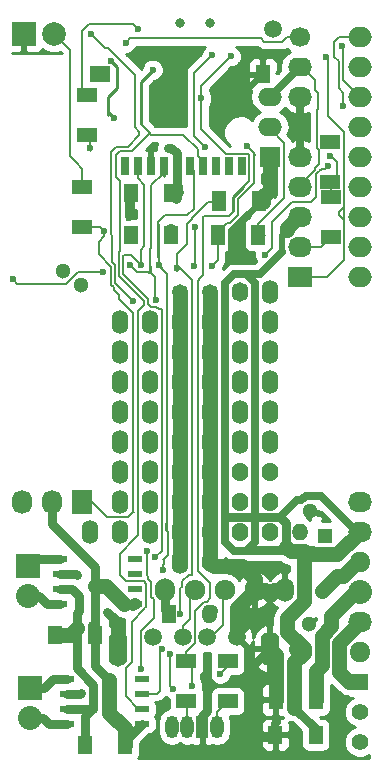
<source format=gbr>
G04 #@! TF.FileFunction,Copper,L2,Bot,Signal*
%FSLAX46Y46*%
G04 Gerber Fmt 4.6, Leading zero omitted, Abs format (unit mm)*
G04 Created by KiCad (PCBNEW 4.0.2-4+6225~38~ubuntu15.04.1-stable) date 2016年05月17日 13時52分55秒*
%MOMM*%
G01*
G04 APERTURE LIST*
%ADD10C,0.100000*%
%ADD11C,1.300000*%
%ADD12O,1.400000X1.651000*%
%ADD13O,1.400000X2.000000*%
%ADD14O,1.400000X1.600000*%
%ADD15O,1.400000X1.270000*%
%ADD16R,1.143000X0.508000*%
%ADD17C,2.032000*%
%ADD18O,1.800000X1.727200*%
%ADD19O,2.032000X1.727200*%
%ADD20O,1.400000X1.400000*%
%ADD21R,1.300000X1.600000*%
%ADD22R,0.701040X1.600200*%
%ADD23R,1.800000X1.400000*%
%ADD24R,1.300000X1.300000*%
%ADD25R,2.000000X2.000000*%
%ADD26C,2.000000*%
%ADD27O,1.117600X1.905000*%
%ADD28R,1.117600X1.905000*%
%ADD29R,1.727200X1.700000*%
%ADD30O,2.032000X1.524000*%
%ADD31R,2.032000X1.727200*%
%ADD32R,2.032000X2.032000*%
%ADD33O,2.032000X2.032000*%
%ADD34R,1.397000X1.397000*%
%ADD35C,1.397000*%
%ADD36C,1.700000*%
%ADD37O,2.032000X1.600000*%
%ADD38C,1.501140*%
%ADD39O,1.600000X3.000000*%
%ADD40O,1.700000X2.000000*%
%ADD41O,1.727200X1.800000*%
%ADD42O,1.727200X2.032000*%
%ADD43O,1.500000X2.032000*%
%ADD44R,1.200000X1.700000*%
%ADD45R,1.200000X1.600000*%
%ADD46R,1.727200X2.032000*%
%ADD47R,1.700000X1.200000*%
%ADD48C,0.800000*%
%ADD49C,1.500000*%
%ADD50O,1.200000X1.600000*%
%ADD51O,2.000000X1.700000*%
%ADD52C,0.600000*%
%ADD53C,1.270000*%
%ADD54C,1.016000*%
%ADD55C,0.762000*%
%ADD56C,0.635000*%
%ADD57C,0.127000*%
%ADD58C,0.203200*%
%ADD59C,0.250000*%
%ADD60C,0.508000*%
%ADD61C,0.254000*%
G04 APERTURE END LIST*
D10*
D11*
X105981500Y-74358500D03*
D12*
X119380000Y-74930000D03*
D13*
X121920000Y-74930000D03*
D11*
X125224320Y-103024181D03*
D10*
G36*
X125236338Y-106123351D02*
X124153049Y-105932338D01*
X124344062Y-104849049D01*
X125427351Y-105040062D01*
X125236338Y-106123351D01*
X125236338Y-106123351D01*
G37*
D14*
X116840000Y-97790000D03*
X116840000Y-95250000D03*
D13*
X116840000Y-92710000D03*
X116840000Y-90170000D03*
X116840000Y-87630000D03*
X116840000Y-85090000D03*
X116840000Y-82550000D03*
X116840000Y-80010000D03*
X116840000Y-77470000D03*
D15*
X116840000Y-74930000D03*
D16*
X104775000Y-107696000D03*
X104775000Y-108966000D03*
X104775000Y-110236000D03*
X104775000Y-111506000D03*
X111125000Y-111506000D03*
X111125000Y-110236000D03*
X111125000Y-108966000D03*
X111125000Y-107696000D03*
D17*
X129540000Y-100330000D03*
D18*
X129540000Y-97790000D03*
D19*
X129540000Y-95250000D03*
X129540000Y-92710000D03*
D13*
X106680000Y-95250000D03*
X109220000Y-95250000D03*
D14*
X121920000Y-95250000D03*
D20*
X124460000Y-95250000D03*
D14*
X119380000Y-92710000D03*
X121920000Y-92710000D03*
X119380000Y-95250000D03*
X121920000Y-95250000D03*
X119380000Y-90170000D03*
X121920000Y-90170000D03*
D13*
X119380000Y-87630000D03*
X121920000Y-87630000D03*
X119380000Y-77470000D03*
X121920000Y-77470000D03*
X119380000Y-80010000D03*
X121920000Y-80010000D03*
X119380000Y-85090000D03*
X121920000Y-85090000D03*
X119380000Y-82550000D03*
X121920000Y-82550000D03*
X109220000Y-82550000D03*
X111760000Y-82550000D03*
X109220000Y-85090000D03*
X111760000Y-85090000D03*
X109220000Y-80010000D03*
X111760000Y-80010000D03*
X109220000Y-77470000D03*
X111760000Y-77470000D03*
X109220000Y-87630000D03*
X111760000Y-87630000D03*
X109220000Y-90170000D03*
X111760000Y-90170000D03*
X109220000Y-95250000D03*
X111760000Y-95250000D03*
D21*
X121335000Y-56520000D03*
D22*
X119533740Y-64320100D03*
X118433920Y-64320100D03*
D23*
X107535000Y-56520000D03*
D22*
X110734820Y-64320100D03*
X111834640Y-64320100D03*
X112934460Y-64320100D03*
X114034280Y-64320100D03*
X115134100Y-64320100D03*
X116233920Y-64320100D03*
X117333740Y-64320100D03*
X109635000Y-64320100D03*
D11*
X125369000Y-93465936D03*
D24*
X126619000Y-95631000D03*
D25*
X101092000Y-53086000D03*
D26*
X103632000Y-53086000D03*
D27*
X117475000Y-111760000D03*
D28*
X116205000Y-111760000D03*
D27*
X114935000Y-111760000D03*
X113665000Y-111760000D03*
D29*
X121920000Y-63500000D03*
D30*
X121920000Y-60960000D03*
X121920000Y-58420000D03*
D31*
X124460000Y-73660000D03*
D19*
X124460000Y-71120000D03*
X124460000Y-68580000D03*
X124460000Y-66040000D03*
X124460000Y-63500000D03*
D32*
X101473000Y-98171000D03*
D33*
X101473000Y-100711000D03*
D32*
X101600000Y-108458000D03*
D33*
X101600000Y-110998000D03*
D17*
X129540000Y-100330000D03*
D19*
X129540000Y-102870000D03*
D18*
X129540000Y-105410000D03*
D34*
X129540000Y-107950000D03*
D35*
X129540000Y-110490000D03*
X129540000Y-113030000D03*
D16*
X104140000Y-97536000D03*
X104140000Y-98806000D03*
X104140000Y-100076000D03*
X104140000Y-101346000D03*
X110490000Y-101346000D03*
X110490000Y-100076000D03*
X110490000Y-98806000D03*
X110490000Y-97536000D03*
D13*
X109220000Y-92710000D03*
X111760000Y-92710000D03*
X114300000Y-97790000D03*
X114300000Y-95250000D03*
X114300000Y-92710000D03*
X114300000Y-90170000D03*
X114300000Y-87630000D03*
X114300000Y-85090000D03*
X114300000Y-82550000D03*
X114300000Y-80010000D03*
X114300000Y-77470000D03*
D15*
X114300000Y-74930000D03*
D36*
X124460000Y-53340000D03*
D37*
X124460000Y-55880000D03*
D19*
X124460000Y-58420000D03*
D38*
X119126860Y-104137880D03*
X116586860Y-104137880D03*
X114554860Y-104137880D03*
X112014860Y-104137880D03*
D39*
X121914000Y-105170000D03*
X109114000Y-105170000D03*
D40*
X113030000Y-100203000D03*
D41*
X115570000Y-100203000D03*
X118110000Y-100203000D03*
D42*
X120650000Y-100203000D03*
D43*
X123190000Y-100203000D03*
D44*
X120953000Y-70104000D03*
X117553000Y-70104000D03*
D45*
X113587000Y-66548000D03*
X110187000Y-66548000D03*
X110187000Y-70104000D03*
X113587000Y-70104000D03*
D46*
X106045000Y-92710000D03*
D42*
X103505000Y-92710000D03*
X100965000Y-92710000D03*
D47*
X127076200Y-70305400D03*
X127076200Y-66905400D03*
D48*
X116840000Y-52197000D03*
X114300000Y-52197000D03*
D47*
X106426000Y-58293000D03*
X106426000Y-61693000D03*
X106070400Y-66067200D03*
X106070400Y-69467200D03*
X127050800Y-62206400D03*
X127050800Y-65606400D03*
D44*
X121029200Y-67208400D03*
X117629200Y-67208400D03*
D11*
X104457500Y-73152000D03*
D49*
X122237500Y-52705000D03*
D47*
X114871500Y-109586500D03*
X114871500Y-106186500D03*
X118364000Y-109586500D03*
X118364000Y-106186500D03*
D45*
X107110000Y-104013000D03*
X103710000Y-104013000D03*
X109650000Y-113284000D03*
X106250000Y-113284000D03*
X125804400Y-112420400D03*
X122404400Y-112420400D03*
X125829800Y-109474000D03*
X122429800Y-109474000D03*
D50*
X116762000Y-102235000D03*
D45*
X113362000Y-102235000D03*
D51*
X129540000Y-73660000D03*
X129540000Y-63500000D03*
X129540000Y-66040000D03*
X129540000Y-71120000D03*
X129540000Y-68580000D03*
X129540000Y-58420000D03*
X129540000Y-60960000D03*
X129540000Y-55880000D03*
X129540000Y-53340000D03*
D52*
X125829800Y-109474000D03*
X110014000Y-70108720D03*
X113284000Y-62738000D03*
X114204500Y-66802000D03*
X106680000Y-62738000D03*
X122580400Y-111379000D03*
X116649500Y-106299000D03*
X113538000Y-69723000D03*
X108140500Y-102044500D03*
X105600500Y-98869500D03*
X105918000Y-108902500D03*
X118745000Y-72136000D03*
X114141250Y-57689750D03*
X114109500Y-55054500D03*
X109982000Y-68643500D03*
X120042288Y-68463892D03*
X111823500Y-64389000D03*
X109918500Y-66040000D03*
X118999000Y-59563000D03*
X121729500Y-63754000D03*
X127050800Y-61925200D03*
X106870500Y-103124000D03*
X110363000Y-101473000D03*
X111506000Y-96901000D03*
X110998000Y-106883200D03*
X117729000Y-107251500D03*
X110363000Y-75692000D03*
X106781600Y-53136800D03*
X108712000Y-60198000D03*
X128143000Y-59182000D03*
X108458000Y-55372000D03*
X110744000Y-52705000D03*
X126339600Y-100279200D03*
X116762000Y-102235000D03*
X110490000Y-98806000D03*
X112204500Y-97409000D03*
X110998000Y-72644000D03*
X112776000Y-105156000D03*
X112903000Y-98488500D03*
X112522000Y-72644000D03*
X112014000Y-56134000D03*
X120015000Y-62611000D03*
X117022000Y-72754000D03*
X126695200Y-55067200D03*
X123995000Y-110149600D03*
X100154000Y-73850500D03*
X107823000Y-73215500D03*
X110071988Y-72624561D03*
X110490000Y-100076000D03*
X112268000Y-75628500D03*
X112934460Y-64320100D03*
X127000000Y-63398400D03*
X116484400Y-62687200D03*
X117043200Y-54864000D03*
X105615000Y-102108000D03*
X128016000Y-54102000D03*
X115379500Y-108331000D03*
X118618000Y-54991000D03*
X116141500Y-58547000D03*
X107913530Y-69807286D03*
X115620800Y-69418200D03*
X115519200Y-72720200D03*
X126847600Y-64287400D03*
X121539000Y-71780400D03*
X113728500Y-108521500D03*
X113487200Y-105613200D03*
X114363500Y-102171500D03*
X114046000Y-72898000D03*
X109728000Y-53848000D03*
D53*
X125829800Y-109474000D02*
X125829800Y-107015198D01*
X125829800Y-107015198D02*
X126317398Y-106527600D01*
X125829800Y-109474000D02*
X125829800Y-108735600D01*
X129184400Y-100330000D02*
X127141652Y-102372748D01*
X126317398Y-106527600D02*
X126317398Y-104064506D01*
X126317398Y-104064506D02*
X127141652Y-103240252D01*
X127141652Y-102372748D02*
X127141652Y-103240252D01*
X129540000Y-100330000D02*
X129184400Y-100330000D01*
D54*
X129540000Y-100330000D02*
X129540000Y-100457000D01*
D55*
X129540000Y-92710000D02*
X129286000Y-92710000D01*
X129540000Y-92710000D02*
X128905000Y-92710000D01*
D56*
X121920000Y-58420000D02*
X124460000Y-55880000D01*
D57*
X125928498Y-60198000D02*
X125928498Y-59491502D01*
X125928498Y-59491502D02*
X126009400Y-59410600D01*
X125730000Y-56959500D02*
X125730000Y-57848500D01*
X125730000Y-56959500D02*
X124650500Y-55880000D01*
X126009400Y-58127900D02*
X126009400Y-59410600D01*
X125730000Y-57848500D02*
X126009400Y-58127900D01*
X125928498Y-60198000D02*
X125928498Y-62128400D01*
X125928498Y-62759662D02*
X125928499Y-62759662D01*
X125928498Y-62128400D02*
X125928498Y-62759662D01*
X126066521Y-62897684D02*
X126066521Y-64102316D01*
X126066521Y-64102316D02*
X125730000Y-64438836D01*
X125928499Y-62759662D02*
X126066521Y-62897684D01*
X125730000Y-64592200D02*
X124460000Y-65862200D01*
X125730000Y-64438836D02*
X125730000Y-64592200D01*
X124460000Y-55880000D02*
X124650500Y-55880000D01*
D58*
X106680000Y-62738000D02*
X106680000Y-61947000D01*
X106680000Y-61947000D02*
X106426000Y-61693000D01*
D57*
X124460000Y-65862200D02*
X124460000Y-66040000D01*
D55*
X114034280Y-64320100D02*
X114034280Y-63183480D01*
X113588800Y-62738000D02*
X113284000Y-62738000D01*
X114034280Y-63183480D02*
X113588800Y-62738000D01*
X114034280Y-64320100D02*
X114034280Y-66972220D01*
X114034280Y-66972220D02*
X113950500Y-67056000D01*
D53*
X114300000Y-97790000D02*
X114300000Y-75009398D01*
X114300000Y-75009398D02*
X114300000Y-74930000D01*
D59*
X114478780Y-66527720D02*
X114204500Y-66802000D01*
X114034280Y-64320100D02*
X114478780Y-66527720D01*
X106680000Y-62738000D02*
X106680000Y-62960000D01*
D58*
X124460000Y-66040000D02*
X124612400Y-66040000D01*
D53*
X122429800Y-109474000D02*
X122429800Y-105685800D01*
X122429800Y-105685800D02*
X121914000Y-105170000D01*
D56*
X122404400Y-111555000D02*
X122404400Y-112420400D01*
X122580400Y-111379000D02*
X122404400Y-111555000D01*
D53*
X119126860Y-104137880D02*
X119126860Y-101726140D01*
X119126860Y-101726140D02*
X120650000Y-100203000D01*
X120650000Y-100203000D02*
X121527000Y-100203000D01*
X121527000Y-100203000D02*
X121914000Y-100590000D01*
X122301000Y-100203000D02*
X123190000Y-100203000D01*
X121914000Y-100590000D02*
X122301000Y-100203000D01*
D55*
X116205000Y-111760000D02*
X116205000Y-110871000D01*
X116205000Y-110871000D02*
X116649500Y-110426500D01*
X116649500Y-110426500D02*
X116649500Y-106299000D01*
D54*
X113538000Y-69723000D02*
X113587000Y-69772000D01*
X113587000Y-69772000D02*
X113587000Y-70104000D01*
D55*
X108140500Y-102044500D02*
X109114000Y-103018000D01*
D53*
X109114000Y-103018000D02*
X109114000Y-105170000D01*
D55*
X122061500Y-112649000D02*
X120332500Y-112649000D01*
X120269000Y-106815000D02*
X121914000Y-105170000D01*
X120269000Y-112585500D02*
X120269000Y-109029500D01*
X120269000Y-109029500D02*
X120269000Y-106815000D01*
X120332500Y-112649000D02*
X120269000Y-112585500D01*
D57*
X122061500Y-112888500D02*
X122061500Y-112649000D01*
D55*
X104140000Y-98806000D02*
X105537000Y-98806000D01*
X105537000Y-98806000D02*
X105600500Y-98869500D01*
X104775000Y-108966000D02*
X105854500Y-108966000D01*
X105854500Y-108966000D02*
X105918000Y-108902500D01*
X100965000Y-92710000D02*
X100965000Y-93027500D01*
D53*
X120650000Y-100203000D02*
X120650000Y-99250500D01*
X120650000Y-99250500D02*
X119570500Y-98171000D01*
X119570500Y-98171000D02*
X117221000Y-98171000D01*
X117221000Y-98171000D02*
X116840000Y-97790000D01*
D56*
X118745000Y-72136000D02*
X118745000Y-69761180D01*
X118745000Y-72136000D02*
X118745000Y-72024996D01*
X118745000Y-69761180D02*
X120042288Y-68463892D01*
D53*
X116840000Y-74930000D02*
X116840000Y-77470000D01*
X116840000Y-77470000D02*
X116840000Y-80010000D01*
X116840000Y-80010000D02*
X116840000Y-82550000D01*
X116840000Y-82550000D02*
X116840000Y-85090000D01*
X116840000Y-85090000D02*
X116840000Y-87630000D01*
X116840000Y-87630000D02*
X116840000Y-90170000D01*
X116840000Y-90170000D02*
X116840000Y-92710000D01*
X116840000Y-92710000D02*
X116840000Y-95250000D01*
X116840000Y-95250000D02*
X116840000Y-97790000D01*
D59*
X110204500Y-66802000D02*
X110204500Y-67024000D01*
D56*
X124460000Y-58420000D02*
X124460000Y-63500000D01*
X114109500Y-57658000D02*
X114109500Y-55054500D01*
X114109500Y-57658000D02*
X114141250Y-57689750D01*
D60*
X109982000Y-68643500D02*
X109950500Y-68612000D01*
X109950500Y-68612000D02*
X109950500Y-67056000D01*
X109950500Y-66072000D02*
X109918500Y-66040000D01*
X109950500Y-67056000D02*
X109950500Y-66072000D01*
X111823500Y-64389000D02*
X111834640Y-64377860D01*
X119062500Y-59309000D02*
X119062500Y-58792500D01*
D53*
X119062500Y-59499500D02*
X119062500Y-59309000D01*
D60*
X119062500Y-58792500D02*
X121335000Y-56520000D01*
X119126000Y-59690000D02*
X119253000Y-59690000D01*
X118999000Y-59563000D02*
X119126000Y-59690000D01*
D53*
X121029200Y-67208400D02*
X121029200Y-67184800D01*
X121029200Y-67184800D02*
X121920000Y-66294000D01*
X121920000Y-66294000D02*
X121920000Y-63500000D01*
X116840000Y-97710602D02*
X116760602Y-97790000D01*
X116760602Y-97790000D02*
X116840000Y-97790000D01*
X116840000Y-97970998D02*
X116840000Y-97790000D01*
D58*
X127050800Y-61925200D02*
X127203200Y-61772800D01*
X127203200Y-61772800D02*
X127000000Y-62516000D01*
D60*
X120342287Y-68163893D02*
X120042288Y-68463892D01*
X121196180Y-67310000D02*
X120342287Y-68163893D01*
X121230000Y-67310000D02*
X121196180Y-67310000D01*
X121230000Y-67310000D02*
X121230000Y-67586798D01*
X121380000Y-67310000D02*
X121230000Y-67310000D01*
X111834640Y-64377860D02*
X111834640Y-64320100D01*
D53*
X121380000Y-67310000D02*
X121380000Y-67088000D01*
D57*
X116903500Y-97853500D02*
X116840000Y-97790000D01*
D55*
X110490000Y-101346000D02*
X109601000Y-101346000D01*
D53*
X109601000Y-101346000D02*
X108077000Y-99822000D01*
X108077000Y-99822000D02*
X107110000Y-99822000D01*
D55*
X106870500Y-103124000D02*
X107061000Y-103314500D01*
X107061000Y-103314500D02*
X107110000Y-103314500D01*
D53*
X108331000Y-108140500D02*
X108331000Y-107823000D01*
D55*
X107110000Y-106602000D02*
X107110000Y-103314500D01*
X108331000Y-107823000D02*
X107110000Y-106602000D01*
D53*
X109650000Y-113284000D02*
X109650000Y-111872500D01*
X108331000Y-110553500D02*
X108331000Y-108140500D01*
X109650000Y-111872500D02*
X108331000Y-110553500D01*
D54*
X110363000Y-101473000D02*
X110490000Y-101346000D01*
D55*
X103505000Y-92710000D02*
X103505000Y-94615000D01*
X107110000Y-98220000D02*
X107110000Y-99822000D01*
X103505000Y-94615000D02*
X107110000Y-98220000D01*
X107110000Y-99822000D02*
X107110000Y-103314500D01*
X109650000Y-113284000D02*
X109650000Y-112981000D01*
X109650000Y-112981000D02*
X111125000Y-111506000D01*
X113030000Y-100203000D02*
X113030000Y-101903000D01*
X113030000Y-101903000D02*
X113362000Y-102235000D01*
D57*
X106070400Y-66067200D02*
X106070400Y-64516000D01*
X106070400Y-64516000D02*
X105511600Y-63957200D01*
X105511600Y-63957200D02*
X105511600Y-63929000D01*
X105029000Y-54483000D02*
X105029000Y-63446400D01*
X105029000Y-63446400D02*
X105511600Y-63929000D01*
X103632000Y-53086000D02*
X105029000Y-54483000D01*
D58*
X117475000Y-111760000D02*
X117475000Y-110475500D01*
X117475000Y-110475500D02*
X118364000Y-109586500D01*
D57*
X117475000Y-111760000D02*
X117475000Y-111809000D01*
X114935000Y-111760000D02*
X114935000Y-109650000D01*
X114935000Y-109650000D02*
X114871500Y-109586500D01*
X121920000Y-60960000D02*
X121920000Y-61087000D01*
X121920000Y-61087000D02*
X123126500Y-62293500D01*
X120953000Y-70104000D02*
X120953000Y-69166000D01*
X120953000Y-69166000D02*
X123126500Y-66992500D01*
X123126500Y-66992500D02*
X123126500Y-62293500D01*
X121080000Y-70104000D02*
X121080000Y-69420000D01*
X121530000Y-70104000D02*
X121380000Y-70104000D01*
X111000789Y-104521000D02*
X111000789Y-106880411D01*
X111506000Y-96901000D02*
X111506000Y-98933000D01*
X111622114Y-99049114D02*
X111622114Y-99049109D01*
X111506000Y-98933000D02*
X111622114Y-99049114D01*
X111622114Y-99049109D02*
X111633000Y-99250500D01*
X111633000Y-99250500D02*
X111887000Y-99504500D01*
X111887000Y-100756537D02*
X111887000Y-99504500D01*
X112087011Y-102564903D02*
X112087011Y-100956548D01*
X112087011Y-100956548D02*
X111887000Y-100756537D01*
X111000789Y-104521000D02*
X111000789Y-103651125D01*
X111000789Y-103651125D02*
X112087011Y-102564903D01*
X111000789Y-106880411D02*
X110998000Y-106883200D01*
X118364000Y-106616500D02*
X117729000Y-107251500D01*
X118364000Y-106186500D02*
X118364000Y-106616500D01*
X108477050Y-70059550D02*
X108477050Y-64820800D01*
X108848510Y-72699048D02*
X108585000Y-72435538D01*
X108848510Y-74177510D02*
X108848510Y-72699048D01*
X108585000Y-70167500D02*
X108477050Y-70059550D01*
X110363000Y-75692000D02*
X108848510Y-74177510D01*
X108585000Y-72435538D02*
X108585000Y-70167500D01*
D58*
X118364000Y-106186500D02*
X118364000Y-106426000D01*
D57*
X108477050Y-64820800D02*
X108477050Y-65043050D01*
X108477050Y-63074550D02*
X108477050Y-64820800D01*
X108477050Y-65043050D02*
X108521500Y-65087500D01*
D58*
X108915200Y-62636400D02*
X108477050Y-63074550D01*
X108477050Y-63074550D02*
X108458000Y-63093600D01*
X109931200Y-62636400D02*
X108915200Y-62636400D01*
D57*
X127749986Y-57644614D02*
X127749986Y-55410786D01*
X127355600Y-55016400D02*
X127355600Y-53797200D01*
X127749986Y-55410786D02*
X127355600Y-55016400D01*
D58*
X106781600Y-53136800D02*
X107950000Y-54305200D01*
X107950000Y-54305200D02*
X108254800Y-54305200D01*
X108254800Y-54305200D02*
X110490000Y-56540400D01*
X110490000Y-56540400D02*
X110490000Y-59639200D01*
X110490000Y-59639200D02*
X110490000Y-61010800D01*
X110490000Y-61010800D02*
X110896400Y-61417200D01*
X110896400Y-61417200D02*
X110896400Y-61671200D01*
X110896400Y-61671200D02*
X109931200Y-62636400D01*
D59*
X108712000Y-60198000D02*
X108331000Y-59817000D01*
X108204000Y-59944000D02*
X108204000Y-58420000D01*
X108204000Y-58420000D02*
X108966000Y-57658000D01*
X108204000Y-59944000D02*
X108331000Y-59817000D01*
X108458000Y-59944000D02*
X108331000Y-59817000D01*
X108966000Y-57658000D02*
X108966000Y-55880000D01*
X108966000Y-55880000D02*
X108458000Y-55372000D01*
D58*
X127355600Y-53797200D02*
X127812800Y-53340000D01*
X128166882Y-58061510D02*
X127749986Y-57644614D01*
X128143000Y-59182000D02*
X128166882Y-58061510D01*
X127812800Y-53340000D02*
X129540000Y-53340000D01*
X106045000Y-53086000D02*
X106045000Y-52857400D01*
X106045000Y-52857400D02*
X106629200Y-52273200D01*
X106629200Y-52273200D02*
X110312200Y-52273200D01*
X110312200Y-52273200D02*
X110744000Y-52705000D01*
X106045000Y-57785000D02*
X106045000Y-53086000D01*
D53*
X128066800Y-98983800D02*
X128092200Y-98983800D01*
X126339600Y-100279200D02*
X127635000Y-98983800D01*
X128066800Y-98983800D02*
X127635000Y-98983800D01*
X128092200Y-98983800D02*
X129286000Y-97790000D01*
X129286000Y-97790000D02*
X129540000Y-97790000D01*
X129540000Y-97790000D02*
X129286000Y-97790000D01*
X129540000Y-97790000D02*
X129413000Y-97790000D01*
X116762000Y-102284000D02*
X116762000Y-102235000D01*
D54*
X117016000Y-101981000D02*
X116762000Y-102235000D01*
D53*
X129540000Y-102870000D02*
X129540000Y-102920800D01*
X129540000Y-102920800D02*
X127787400Y-104673400D01*
X129540000Y-107950000D02*
X128651000Y-107950000D01*
X127787400Y-107086400D02*
X127787400Y-104673400D01*
X128651000Y-107950000D02*
X127787400Y-107086400D01*
D57*
X109502532Y-71916968D02*
X109601000Y-71818500D01*
X109502532Y-73434532D02*
X109502532Y-71916968D01*
X111633000Y-75565000D02*
X109502532Y-73434532D01*
X111887000Y-76200000D02*
X111633000Y-75946000D01*
X112522000Y-76390500D02*
X112331500Y-76200000D01*
X111633000Y-75946000D02*
X111633000Y-75565000D01*
X112776000Y-76390500D02*
X112522000Y-76390500D01*
X112331500Y-76200000D02*
X111887000Y-76200000D01*
X112776000Y-96837500D02*
X112776000Y-95758000D01*
X112204500Y-97409000D02*
X112776000Y-96837500D01*
D58*
X112776000Y-95758000D02*
X112776000Y-76390500D01*
X110540800Y-72186800D02*
X110698001Y-72344001D01*
X110172500Y-71818500D02*
X110540800Y-72186800D01*
X109601000Y-71818500D02*
X110172500Y-71818500D01*
X110998000Y-72644000D02*
X110698001Y-72344001D01*
X110998000Y-72644000D02*
X110998000Y-71374000D01*
X110734820Y-64320100D02*
X110734820Y-65319620D01*
X110734820Y-65319620D02*
X111302800Y-65887600D01*
D57*
X111302800Y-65887600D02*
X111302800Y-71069200D01*
X110998000Y-71374000D02*
X111302800Y-71069200D01*
X110734820Y-64320100D02*
X110734820Y-64824320D01*
D58*
X110671320Y-64633820D02*
X110734820Y-64320100D01*
D59*
X110734820Y-64320100D02*
X110671320Y-64379820D01*
D57*
X112626225Y-105727500D02*
X112626225Y-108734775D01*
X112395000Y-108966000D02*
X111125000Y-108966000D01*
X112626225Y-108734775D02*
X112395000Y-108966000D01*
X112626225Y-105305775D02*
X112626225Y-105727500D01*
X112626225Y-105727500D02*
X112626225Y-105940775D01*
X112776000Y-105156000D02*
X112626225Y-105305775D01*
X112882351Y-98467851D02*
X112945851Y-97515351D01*
X112903000Y-98488500D02*
X112882351Y-98467851D01*
X111125000Y-108966000D02*
X111379000Y-108966000D01*
X111125000Y-108966000D02*
X110753502Y-108966000D01*
D58*
X113212551Y-95194449D02*
X113212551Y-74104500D01*
X113212551Y-74104500D02*
X113212551Y-73731449D01*
D57*
X113141102Y-95123000D02*
X113141102Y-94488000D01*
X113284000Y-95265898D02*
X113212551Y-95194449D01*
X113284000Y-97155000D02*
X113284000Y-95265898D01*
D58*
X113284000Y-97177202D02*
X112945851Y-97515351D01*
X113284000Y-97155000D02*
X113284000Y-97177202D01*
D57*
X113212551Y-95194449D02*
X113141102Y-95123000D01*
D58*
X112945851Y-97515351D02*
X112903000Y-97558202D01*
D57*
X112522000Y-72644000D02*
X112522000Y-72707500D01*
X113220500Y-74104500D02*
X113212551Y-74104500D01*
X113220500Y-73406000D02*
X113220500Y-74104500D01*
X112522000Y-72707500D02*
X113220500Y-73406000D01*
D58*
X112522000Y-72644000D02*
X112776000Y-72898000D01*
X112522000Y-72644000D02*
X112522000Y-69240400D01*
X112522000Y-69240400D02*
X112471200Y-69189600D01*
X115493800Y-67894200D02*
X115493800Y-64679800D01*
X114960400Y-68427600D02*
X115493800Y-67894200D01*
X113030000Y-68427600D02*
X114960400Y-68427600D01*
X112471200Y-68986400D02*
X113030000Y-68427600D01*
X112471200Y-69189600D02*
X112471200Y-68986400D01*
X115493800Y-64679800D02*
X115134100Y-64320100D01*
D57*
X112522000Y-72644000D02*
X112522000Y-72034400D01*
X112522000Y-72034400D02*
X112471200Y-71983600D01*
X112471200Y-71983600D02*
X112471200Y-69189600D01*
D58*
X115112800Y-64465200D02*
X115134100Y-64443900D01*
X115134100Y-64443900D02*
X115134100Y-64320100D01*
D57*
X108939999Y-65188499D02*
X108939999Y-63373000D01*
X111252000Y-76073000D02*
X111252000Y-75689883D01*
X109175521Y-73613404D02*
X109175521Y-71545479D01*
X109283500Y-65532000D02*
X108939999Y-65188499D01*
X109175521Y-71545479D02*
X109283500Y-71437500D01*
X109283500Y-71437500D02*
X109283500Y-65532000D01*
X110758390Y-76581000D02*
X110758390Y-76566610D01*
X110758390Y-76566610D02*
X111252000Y-76073000D01*
X111252000Y-75689883D02*
X109175521Y-73613404D01*
X111188500Y-99441000D02*
X111242498Y-99441000D01*
X111242498Y-99441000D02*
X111442500Y-99641002D01*
X110553500Y-95758000D02*
X110758390Y-95553110D01*
X110744000Y-95250000D02*
X110758390Y-95250000D01*
X110758390Y-95264390D02*
X110744000Y-95250000D01*
X110758390Y-95553110D02*
X110758390Y-95264390D01*
X109220000Y-97091500D02*
X110553500Y-95758000D01*
X109220000Y-98869500D02*
X109220000Y-97091500D01*
X109791500Y-99441000D02*
X109220000Y-98869500D01*
X111188500Y-99441000D02*
X109791500Y-99441000D01*
D58*
X110758390Y-95250000D02*
X110758390Y-76581000D01*
X110286800Y-63042800D02*
X111810800Y-61518800D01*
X108939999Y-63321599D02*
X109218798Y-63042800D01*
X109218798Y-63042800D02*
X110286800Y-63042800D01*
X108939999Y-63321599D02*
X108939999Y-63373000D01*
D57*
X111442500Y-100947037D02*
X111442500Y-99641002D01*
X110226490Y-102861548D02*
X111305987Y-101782051D01*
X111305987Y-101718550D02*
X111432989Y-101591548D01*
X109728000Y-109156500D02*
X109728000Y-106807000D01*
X109728000Y-106807000D02*
X110226490Y-106308510D01*
X110226490Y-106308510D02*
X110226490Y-102861548D01*
X111432989Y-101591548D02*
X111432989Y-100956548D01*
X110807500Y-110236000D02*
X109728000Y-109156500D01*
X111305987Y-101782051D02*
X111305987Y-101718550D01*
X111432989Y-100956548D02*
X111442500Y-100947037D01*
X111125000Y-110236000D02*
X110807500Y-110236000D01*
D58*
X115824000Y-62839600D02*
X114604800Y-61620400D01*
X115824000Y-63398400D02*
X115824000Y-62839600D01*
X116233920Y-64320100D02*
X116233920Y-63808320D01*
X116233920Y-63808320D02*
X115824000Y-63398400D01*
X111912400Y-61620400D02*
X111810800Y-61518800D01*
X114604800Y-61620400D02*
X111912400Y-61620400D01*
X111810800Y-61518800D02*
X110998000Y-60706000D01*
D59*
X110998000Y-57150000D02*
X110998000Y-60706000D01*
X112014000Y-56134000D02*
X110998000Y-57150000D01*
D57*
X120650000Y-63309500D02*
X120599200Y-63309500D01*
X120599200Y-63258700D02*
X120650000Y-63309500D01*
X120599200Y-63195200D02*
X120599200Y-63258700D01*
X120015000Y-62611000D02*
X120599200Y-63195200D01*
X119214892Y-67059332D02*
X120599200Y-65675024D01*
X118528200Y-69127000D02*
X119214892Y-68440308D01*
X118280000Y-69127000D02*
X118528200Y-69127000D01*
X119214892Y-68440308D02*
X119214892Y-67059332D01*
X120599200Y-65675024D02*
X120599200Y-63309500D01*
X117553000Y-69854000D02*
X118280000Y-69127000D01*
X117553000Y-70104000D02*
X117553000Y-69854000D01*
X117553000Y-72223000D02*
X117553000Y-70104000D01*
X117022000Y-72754000D02*
X117553000Y-72223000D01*
X117348000Y-70136000D02*
X117380000Y-70104000D01*
X128219200Y-61391800D02*
X126847600Y-60020200D01*
X126847600Y-60020200D02*
X126847600Y-58318400D01*
X128219200Y-61391800D02*
X128219200Y-67792600D01*
X126847600Y-58318400D02*
X126847600Y-55067200D01*
X126847600Y-55067200D02*
X126695200Y-55067200D01*
X128219200Y-67792600D02*
X128244600Y-67767200D01*
X127812800Y-68199000D02*
X128244600Y-67767200D01*
X128244600Y-64312800D02*
X128193800Y-64262000D01*
X128244600Y-67767200D02*
X128244600Y-64312800D01*
X128219200Y-68808600D02*
X128219200Y-67792600D01*
X127812800Y-68402200D02*
X127812800Y-68199000D01*
X124460000Y-73660000D02*
X126796800Y-73660000D01*
X128219200Y-68808600D02*
X127812800Y-68402200D01*
X127812800Y-68402200D02*
X127762000Y-68351400D01*
X128219200Y-72237600D02*
X128219200Y-68808600D01*
X126796800Y-73660000D02*
X128219200Y-72237600D01*
X124460000Y-71120000D02*
X126261600Y-71120000D01*
X126261600Y-71120000D02*
X127076200Y-70305400D01*
D53*
X123995000Y-110149600D02*
X123995000Y-106281400D01*
D55*
X125804400Y-111959000D02*
X123995000Y-110149600D01*
D53*
X123995000Y-106281400D02*
X124790200Y-105486200D01*
D55*
X125804400Y-111959000D02*
X125804400Y-112420400D01*
D53*
X124866400Y-101066600D02*
X124866400Y-96926400D01*
X124866400Y-96926400D02*
X124841000Y-96901000D01*
X124790200Y-105486200D02*
X124790200Y-105079800D01*
X124790200Y-105079800D02*
X123418600Y-103708200D01*
X123418600Y-102514400D02*
X124866400Y-101066600D01*
X123418600Y-103708200D02*
X123418600Y-102514400D01*
X124790200Y-105486200D02*
X124510800Y-105486200D01*
X124510800Y-105486200D02*
X124155200Y-105130600D01*
X127381000Y-97155000D02*
X127635000Y-97155000D01*
X127635000Y-97155000D02*
X129540000Y-95250000D01*
X125603000Y-97155000D02*
X127381000Y-97155000D01*
X125476000Y-97028000D02*
X125603000Y-97155000D01*
X124968000Y-97028000D02*
X125476000Y-97028000D01*
X124841000Y-96901000D02*
X124968000Y-97028000D01*
X123698000Y-96901000D02*
X124841000Y-96901000D01*
X123317000Y-96520000D02*
X123698000Y-96901000D01*
D56*
X122809000Y-93980000D02*
X124206000Y-92583000D01*
X126238000Y-92202000D02*
X129286000Y-95250000D01*
X124968000Y-92202000D02*
X126238000Y-92202000D01*
X124587000Y-92583000D02*
X124968000Y-92202000D01*
X124206000Y-92583000D02*
X124587000Y-92583000D01*
X129286000Y-95250000D02*
X129540000Y-95250000D01*
D54*
X129286000Y-95250000D02*
X129540000Y-95250000D01*
D55*
X118110000Y-93980000D02*
X120650000Y-93980000D01*
X120650000Y-93980000D02*
X122809000Y-93980000D01*
X122809000Y-93980000D02*
X123317000Y-94488000D01*
X123317000Y-94488000D02*
X123317000Y-96520000D01*
X123317000Y-96520000D02*
X123317000Y-96774000D01*
X123317000Y-96774000D02*
X120015000Y-96774000D01*
D56*
X119888000Y-73406000D02*
X121088150Y-73406000D01*
X118110000Y-76454000D02*
X118110000Y-74168000D01*
X119888000Y-96901000D02*
X120015000Y-96774000D01*
X120015000Y-96774000D02*
X120650000Y-96139000D01*
X120650000Y-96139000D02*
X120650000Y-93980000D01*
X118110000Y-76454000D02*
X118110000Y-93980000D01*
X118110000Y-93980000D02*
X118110000Y-96139000D01*
X118872000Y-96901000D02*
X119380000Y-96901000D01*
X119634000Y-96901000D02*
X119380000Y-96901000D01*
X119888000Y-96901000D02*
X119634000Y-96901000D01*
X118872000Y-96901000D02*
X118110000Y-96139000D01*
X120650000Y-93980000D02*
X120650000Y-76581000D01*
X119888000Y-73406000D02*
X120650000Y-74168000D01*
X120650000Y-74168000D02*
X120650000Y-76581000D01*
X118872000Y-73406000D02*
X119888000Y-73406000D01*
X118110000Y-74168000D02*
X118872000Y-73406000D01*
D60*
X119507000Y-96901000D02*
X119499633Y-96908367D01*
D56*
X121088150Y-73406000D02*
X122967750Y-71526400D01*
D60*
X122967750Y-70135750D02*
X122967750Y-71526400D01*
D58*
X122936000Y-70167500D02*
X122936000Y-71374000D01*
D60*
X122967750Y-71526400D02*
X122967750Y-71532750D01*
X123376337Y-69727163D02*
X122967750Y-70135750D01*
X122967750Y-70135750D02*
X122936000Y-70167500D01*
D53*
X123376337Y-69528337D02*
X123376337Y-69727163D01*
X124460000Y-68580000D02*
X124324674Y-68580000D01*
X124324674Y-68580000D02*
X123376337Y-69528337D01*
D60*
X124460000Y-68580000D02*
X124460000Y-68643500D01*
X124460000Y-68643500D02*
X123376337Y-69727163D01*
D58*
X124460000Y-68643500D02*
X122936000Y-70167500D01*
D55*
X104140000Y-97536000D02*
X102108000Y-97536000D01*
X102108000Y-97536000D02*
X101473000Y-98171000D01*
X101473000Y-100711000D02*
X102425500Y-100711000D01*
X102425500Y-100711000D02*
X103060500Y-101346000D01*
X103060500Y-101346000D02*
X104140000Y-101346000D01*
X101600000Y-108458000D02*
X102806500Y-108458000D01*
X103568500Y-107696000D02*
X104775000Y-107696000D01*
X102806500Y-108458000D02*
X103568500Y-107696000D01*
X101600000Y-110998000D02*
X102743000Y-110998000D01*
X103251000Y-111506000D02*
X104775000Y-111506000D01*
X102743000Y-110998000D02*
X103251000Y-111506000D01*
D57*
X103695500Y-74231500D02*
X104711500Y-74231500D01*
X100154000Y-73850500D02*
X100535000Y-74231500D01*
X103695500Y-74231500D02*
X100535000Y-74231500D01*
X105727500Y-73215500D02*
X107823000Y-73215500D01*
X104711500Y-74231500D02*
X105727500Y-73215500D01*
X110726427Y-73279000D02*
X110371987Y-72924560D01*
X110371987Y-72924560D02*
X110071988Y-72624561D01*
X111633000Y-73279000D02*
X110726427Y-73279000D01*
X111760000Y-73215500D02*
X112204500Y-73660000D01*
X112204500Y-75565000D02*
X112268000Y-75628500D01*
X112204500Y-73660000D02*
X112204500Y-75565000D01*
X112141000Y-75501500D02*
X112268000Y-75628500D01*
X112934460Y-64320100D02*
X112934460Y-64865540D01*
X112934460Y-64865540D02*
X111887000Y-65913000D01*
X111887000Y-67056000D02*
X111861600Y-67056000D01*
X111887000Y-65913000D02*
X111887000Y-67056000D01*
D58*
X111760000Y-73215500D02*
X111760000Y-73152000D01*
X111861600Y-71221600D02*
X111861600Y-67056000D01*
X111760000Y-72999600D02*
X111760000Y-71323200D01*
X111760000Y-71323200D02*
X111861600Y-71221600D01*
D57*
X111760000Y-72707500D02*
X111760000Y-72999600D01*
D59*
X111760000Y-73152000D02*
X111760000Y-72707500D01*
X111760000Y-73152000D02*
X111633000Y-73279000D01*
X112934460Y-65119540D02*
X112934460Y-64320100D01*
D58*
X127000000Y-63398400D02*
X127076200Y-63398400D01*
X127609600Y-65047600D02*
X127609600Y-63931800D01*
X127076200Y-63398400D02*
X127609600Y-63931800D01*
X115539899Y-56367301D02*
X116743201Y-55163999D01*
X116743201Y-55163999D02*
X117043200Y-54864000D01*
X116484400Y-62687200D02*
X115539899Y-61742699D01*
X115539899Y-61742699D02*
X115539899Y-56367301D01*
X127609600Y-65047600D02*
X127050800Y-65606400D01*
D57*
X127076200Y-66905400D02*
X127076200Y-65631800D01*
X127076200Y-65631800D02*
X127050800Y-65606400D01*
D58*
X127050800Y-65620400D02*
X127724400Y-65620400D01*
D55*
X106997500Y-108331000D02*
X106997500Y-108204000D01*
X105615000Y-106821500D02*
X105615000Y-105615000D01*
X106997500Y-108204000D02*
X105615000Y-106821500D01*
D53*
X103710000Y-104013000D02*
X105029000Y-104013000D01*
X105029000Y-104013000D02*
X105615000Y-103427000D01*
D55*
X106250000Y-113284000D02*
X106250000Y-110856500D01*
X106250000Y-110856500D02*
X106870500Y-110236000D01*
X104775000Y-110236000D02*
X106870500Y-110236000D01*
X106870500Y-110236000D02*
X106934000Y-110236000D01*
X105791000Y-101932000D02*
X105615000Y-102108000D01*
X105791000Y-101932000D02*
X105791000Y-100647500D01*
X105791000Y-100647500D02*
X105219500Y-100076000D01*
X105219500Y-100076000D02*
X104140000Y-100076000D01*
X105615000Y-105615000D02*
X105615000Y-103427000D01*
X105615000Y-103427000D02*
X105615000Y-102108000D01*
X106997500Y-110172500D02*
X106997500Y-108331000D01*
X106934000Y-110236000D02*
X106997500Y-110172500D01*
D57*
X128143000Y-54229000D02*
X128143000Y-54737000D01*
X128016000Y-54102000D02*
X128143000Y-54229000D01*
X128143000Y-54737000D02*
X128143000Y-57023000D01*
X128143000Y-57023000D02*
X129540000Y-58420000D01*
X114871500Y-106186500D02*
X114871500Y-105410000D01*
X114871500Y-105410000D02*
X115633500Y-104648000D01*
X115379500Y-108331000D02*
X115379500Y-106694500D01*
X115379500Y-106694500D02*
X114871500Y-106186500D01*
X116586000Y-101155500D02*
X116871750Y-100869750D01*
X115824000Y-98552000D02*
X116840000Y-99568000D01*
X116840000Y-99568000D02*
X116840000Y-100838000D01*
X116255800Y-72364600D02*
X116255800Y-68605400D01*
X116255800Y-73533000D02*
X116255800Y-72364600D01*
X115951000Y-73837800D02*
X116255800Y-73533000D01*
X115951000Y-73914000D02*
X115951000Y-73837800D01*
D58*
X115824000Y-74041000D02*
X115951000Y-73914000D01*
D57*
X115824000Y-74041000D02*
X115824000Y-98552000D01*
D58*
X118516400Y-68478400D02*
X116382800Y-68478400D01*
X116382800Y-68478400D02*
X116255800Y-68605400D01*
X118826390Y-68168410D02*
X118516400Y-68478400D01*
D59*
X119627650Y-66097150D02*
X118826390Y-66898410D01*
D57*
X119627650Y-66097150D02*
X120147761Y-65577039D01*
D58*
X118826390Y-68122800D02*
X118826390Y-68168410D01*
D59*
X118826390Y-66898410D02*
X118826390Y-68122800D01*
D57*
X120147761Y-65577039D02*
X120147761Y-63309199D01*
X120147761Y-63309199D02*
X120095061Y-63256499D01*
X120095061Y-63256499D02*
X118247499Y-63256499D01*
X116141500Y-58547000D02*
X116141500Y-61150500D01*
X118247499Y-63256499D02*
X116141500Y-61150500D01*
X116840000Y-100838000D02*
X116871750Y-100869750D01*
X115633500Y-104648000D02*
X115570000Y-104584500D01*
X115570000Y-104584500D02*
X115570000Y-101981000D01*
X115570000Y-101981000D02*
X116395500Y-101155500D01*
X116395500Y-101155500D02*
X116586000Y-101155500D01*
X116141500Y-58547000D02*
X116141500Y-57467500D01*
X118318001Y-55290999D02*
X118618000Y-54991000D01*
X116141500Y-57467500D02*
X118318001Y-55290999D01*
X109156500Y-75184000D02*
X108712000Y-74739500D01*
X107442000Y-70675500D02*
X107442000Y-71755000D01*
X107442000Y-71755000D02*
X108521500Y-72834500D01*
X108521500Y-72834500D02*
X108521500Y-74312961D01*
X108521500Y-74312961D02*
X108712000Y-74503461D01*
X108712000Y-74503461D02*
X108712000Y-74739500D01*
X109918500Y-93980000D02*
X109956609Y-93980000D01*
X109956609Y-93980000D02*
X110355179Y-93581430D01*
X110355179Y-93581430D02*
X110393288Y-93581430D01*
X110393288Y-93581430D02*
X110355179Y-93581430D01*
X106045000Y-92710000D02*
X106870500Y-92710000D01*
X106870500Y-92710000D02*
X108140500Y-93980000D01*
X108140500Y-93980000D02*
X109918500Y-93980000D01*
X107442000Y-70675500D02*
X107442000Y-70612000D01*
X109156500Y-75438000D02*
X109156500Y-75184000D01*
X110355179Y-76835000D02*
X110355179Y-76763679D01*
D58*
X110355179Y-93581430D02*
X110355179Y-76835000D01*
D57*
X110355179Y-76763679D02*
X109156500Y-75565000D01*
X109156500Y-75565000D02*
X109156500Y-75438000D01*
X109156500Y-75438000D02*
X109156500Y-75374500D01*
X107913530Y-69807286D02*
X107913530Y-70203970D01*
X107913530Y-70203970D02*
X107442000Y-70675500D01*
X107613531Y-69507287D02*
X107913530Y-69807286D01*
X106070400Y-69467200D02*
X107573444Y-69467200D01*
X107573444Y-69467200D02*
X107613531Y-69507287D01*
X115620800Y-69418200D02*
X115620800Y-72618600D01*
X115620800Y-72618600D02*
X115519200Y-72720200D01*
X126339600Y-64490600D02*
X126111000Y-64719200D01*
X126644400Y-64490600D02*
X126339600Y-64490600D01*
X126847600Y-64287400D02*
X126644400Y-64490600D01*
X122120839Y-71162990D02*
X122095845Y-71187984D01*
X126111000Y-64668400D02*
X126111000Y-64719200D01*
X126111000Y-64719200D02*
X125857000Y-64973200D01*
X125857000Y-66878200D02*
X125399800Y-67335400D01*
X123825000Y-67335400D02*
X122120839Y-69039561D01*
X125857000Y-64973200D02*
X125857000Y-66878200D01*
X122120839Y-69039561D02*
X122120839Y-71162990D01*
X122095845Y-71187984D02*
X121539000Y-71780400D01*
X125399800Y-67335400D02*
X123825000Y-67335400D01*
X113487200Y-105613200D02*
X113474500Y-108267500D01*
X113474500Y-108267500D02*
X113728500Y-108521500D01*
X115062000Y-98869500D02*
X115316000Y-98869500D01*
X114490500Y-99441000D02*
X115062000Y-98869500D01*
X114490500Y-99885500D02*
X114490500Y-99441000D01*
X114363500Y-100012500D02*
X114490500Y-99885500D01*
X114363500Y-102171500D02*
X114363500Y-100012500D01*
X114046000Y-71628000D02*
X114173000Y-71628000D01*
X114935000Y-70866000D02*
X114935000Y-69164200D01*
X114173000Y-71628000D02*
X114935000Y-70866000D01*
D58*
X115316000Y-73914000D02*
X115316000Y-98869500D01*
X115316000Y-98869500D02*
X115316000Y-98933000D01*
D57*
X114046000Y-72898000D02*
X114300000Y-72898000D01*
X114300000Y-72898000D02*
X115316000Y-73914000D01*
X114046000Y-72898000D02*
X114046000Y-71628000D01*
X114935000Y-69164200D02*
X115366800Y-68732400D01*
D58*
X116738400Y-67310000D02*
X117380000Y-67310000D01*
X115366800Y-68681600D02*
X116738400Y-67310000D01*
X115366800Y-68732400D02*
X115366800Y-68681600D01*
D57*
X114046000Y-72898000D02*
X114046000Y-73152000D01*
X114022000Y-72668000D02*
X114022000Y-72874000D01*
X114022000Y-72874000D02*
X114046000Y-72898000D01*
X114022000Y-72754000D02*
X114022000Y-72668000D01*
D59*
X114022000Y-72754000D02*
X114022000Y-72668000D01*
X114022000Y-72668000D02*
X114022000Y-72754000D01*
D57*
X114022000Y-72754000D02*
X114022000Y-72668000D01*
X114554860Y-104137880D02*
X114554860Y-103250140D01*
X115189000Y-102616000D02*
X115189000Y-100584000D01*
X114554860Y-103250140D02*
X115189000Y-102616000D01*
X115189000Y-100584000D02*
X115570000Y-100203000D01*
X116586860Y-104137880D02*
X116969120Y-104137880D01*
X116969120Y-104137880D02*
X117983000Y-103124000D01*
X117983000Y-103124000D02*
X117983000Y-100330000D01*
X117983000Y-100330000D02*
X118110000Y-100203000D01*
X124460000Y-53340000D02*
X123380500Y-53340000D01*
X121475500Y-53784500D02*
X121158000Y-53467000D01*
X122936000Y-53784500D02*
X121475500Y-53784500D01*
X123380500Y-53340000D02*
X122936000Y-53784500D01*
X109728000Y-53848000D02*
X110109000Y-53467000D01*
X110109000Y-53467000D02*
X121158000Y-53467000D01*
X124333000Y-53467000D02*
X124460000Y-53340000D01*
D61*
G36*
X116967000Y-74803000D02*
X116987000Y-74803000D01*
X116987000Y-75057000D01*
X116967000Y-75057000D01*
X116967000Y-77343000D01*
X116987000Y-77343000D01*
X116987000Y-77597000D01*
X116967000Y-77597000D01*
X116967000Y-79883000D01*
X116987000Y-79883000D01*
X116987000Y-80137000D01*
X116967000Y-80137000D01*
X116967000Y-82423000D01*
X116987000Y-82423000D01*
X116987000Y-82677000D01*
X116967000Y-82677000D01*
X116967000Y-84963000D01*
X116987000Y-84963000D01*
X116987000Y-85217000D01*
X116967000Y-85217000D01*
X116967000Y-87503000D01*
X116987000Y-87503000D01*
X116987000Y-87757000D01*
X116967000Y-87757000D01*
X116967000Y-90043000D01*
X116987000Y-90043000D01*
X116987000Y-90297000D01*
X116967000Y-90297000D01*
X116967000Y-92583000D01*
X116987000Y-92583000D01*
X116987000Y-92837000D01*
X116967000Y-92837000D01*
X116967000Y-95123000D01*
X116987000Y-95123000D01*
X116987000Y-95377000D01*
X116967000Y-95377000D01*
X116967000Y-96519374D01*
X116968047Y-96520000D01*
X116967000Y-96520626D01*
X116967000Y-97663000D01*
X118014967Y-97663000D01*
X118123404Y-97499442D01*
X118198481Y-97574519D01*
X118507494Y-97780995D01*
X118872000Y-97853500D01*
X119888000Y-97853500D01*
X120207235Y-97790000D01*
X122790949Y-97790000D01*
X122799972Y-97799023D01*
X122799974Y-97799026D01*
X123211992Y-98074327D01*
X123596400Y-98150791D01*
X123596400Y-98607584D01*
X123531185Y-98594682D01*
X123317000Y-98717344D01*
X123317000Y-100076000D01*
X123337000Y-100076000D01*
X123337000Y-100330000D01*
X123317000Y-100330000D01*
X123317000Y-100350000D01*
X123063000Y-100350000D01*
X123063000Y-100330000D01*
X120777000Y-100330000D01*
X120777000Y-101689217D01*
X121009026Y-101810358D01*
X121024791Y-101807709D01*
X121552036Y-101553732D01*
X121941954Y-101117320D01*
X121951358Y-101090437D01*
X121959028Y-101116349D01*
X122300460Y-101538145D01*
X122500309Y-101646703D01*
X122245273Y-102028392D01*
X122148599Y-102514400D01*
X122148600Y-102514405D01*
X122148600Y-103140969D01*
X122041000Y-103200085D01*
X122041000Y-105043000D01*
X122061000Y-105043000D01*
X122061000Y-105297000D01*
X122041000Y-105297000D01*
X122041000Y-107139915D01*
X122263039Y-107261904D01*
X122345819Y-107244367D01*
X122725000Y-107036837D01*
X122725000Y-108039000D01*
X122715550Y-108039000D01*
X122556800Y-108197750D01*
X122556800Y-109347000D01*
X122576800Y-109347000D01*
X122576800Y-109601000D01*
X122556800Y-109601000D01*
X122556800Y-110750250D01*
X122715550Y-110909000D01*
X123004347Y-110909000D01*
X123055396Y-110985400D01*
X122690150Y-110985400D01*
X122531400Y-111144150D01*
X122531400Y-112293400D01*
X123480650Y-112293400D01*
X123639400Y-112134650D01*
X123639400Y-111494090D01*
X123573845Y-111335827D01*
X123786733Y-111378173D01*
X124556960Y-112148401D01*
X124556960Y-113220400D01*
X124601238Y-113455717D01*
X124740310Y-113671841D01*
X124952510Y-113816831D01*
X125204400Y-113867840D01*
X126404400Y-113867840D01*
X126639717Y-113823562D01*
X126855841Y-113684490D01*
X127000831Y-113472290D01*
X127051840Y-113220400D01*
X127051840Y-111620400D01*
X127007562Y-111385083D01*
X126868490Y-111168959D01*
X126656290Y-111023969D01*
X126404400Y-110972960D01*
X126255201Y-110972960D01*
X126203681Y-110921440D01*
X126429800Y-110921440D01*
X126665117Y-110877162D01*
X126881241Y-110738090D01*
X127026231Y-110525890D01*
X127077240Y-110274000D01*
X127077240Y-109587417D01*
X127099800Y-109474000D01*
X127099800Y-108194852D01*
X127752972Y-108848023D01*
X127752974Y-108848026D01*
X128078665Y-109065645D01*
X128164992Y-109123327D01*
X128512928Y-109192537D01*
X128589610Y-109244931D01*
X128841500Y-109295940D01*
X128937884Y-109295940D01*
X128785620Y-109358854D01*
X128410173Y-109733647D01*
X128206732Y-110223587D01*
X128206269Y-110754086D01*
X128408854Y-111244380D01*
X128783647Y-111619827D01*
X129121446Y-111760094D01*
X128785620Y-111898854D01*
X128410173Y-112273647D01*
X128206732Y-112763587D01*
X128206269Y-113294086D01*
X128408854Y-113784380D01*
X128783647Y-114159827D01*
X129273587Y-114363268D01*
X129804086Y-114363731D01*
X130290000Y-114162956D01*
X130290000Y-114398000D01*
X110803993Y-114398000D01*
X110846431Y-114335890D01*
X110897440Y-114084000D01*
X110897440Y-113397417D01*
X110920000Y-113284000D01*
X110920000Y-113147840D01*
X111660400Y-112407440D01*
X111696500Y-112407440D01*
X111931817Y-112363162D01*
X112147941Y-112224090D01*
X112292931Y-112011890D01*
X112343940Y-111760000D01*
X112343940Y-111252000D01*
X112299662Y-111016683D01*
X112205334Y-110870093D01*
X112292931Y-110741890D01*
X112343940Y-110490000D01*
X112343940Y-109982000D01*
X112299662Y-109746683D01*
X112246779Y-109664500D01*
X112395000Y-109664500D01*
X112662305Y-109611330D01*
X112888914Y-109459914D01*
X113116726Y-109232102D01*
X113198173Y-109313692D01*
X113374060Y-109386727D01*
X113374060Y-110186500D01*
X113376376Y-110198810D01*
X113208153Y-110232272D01*
X112820856Y-110491055D01*
X112562073Y-110878352D01*
X112471200Y-111335199D01*
X112471200Y-112184801D01*
X112562073Y-112641648D01*
X112820856Y-113028945D01*
X113208153Y-113287728D01*
X113665000Y-113378601D01*
X114121847Y-113287728D01*
X114300000Y-113168690D01*
X114478153Y-113287728D01*
X114935000Y-113378601D01*
X115380863Y-113289913D01*
X115519890Y-113347500D01*
X115919250Y-113347500D01*
X116078000Y-113188750D01*
X116078000Y-112440188D01*
X116128800Y-112184801D01*
X116128800Y-111613000D01*
X116281200Y-111613000D01*
X116281200Y-112184801D01*
X116332000Y-112440188D01*
X116332000Y-113188750D01*
X116490750Y-113347500D01*
X116890110Y-113347500D01*
X117029137Y-113289913D01*
X117475000Y-113378601D01*
X117931847Y-113287728D01*
X118319144Y-113028945D01*
X118534828Y-112706150D01*
X121169400Y-112706150D01*
X121169400Y-113346710D01*
X121266073Y-113580099D01*
X121444702Y-113758727D01*
X121678091Y-113855400D01*
X122118650Y-113855400D01*
X122277400Y-113696650D01*
X122277400Y-112547400D01*
X122531400Y-112547400D01*
X122531400Y-113696650D01*
X122690150Y-113855400D01*
X123130709Y-113855400D01*
X123364098Y-113758727D01*
X123542727Y-113580099D01*
X123639400Y-113346710D01*
X123639400Y-112706150D01*
X123480650Y-112547400D01*
X122531400Y-112547400D01*
X122277400Y-112547400D01*
X121328150Y-112547400D01*
X121169400Y-112706150D01*
X118534828Y-112706150D01*
X118577927Y-112641648D01*
X118668800Y-112184801D01*
X118668800Y-111494090D01*
X121169400Y-111494090D01*
X121169400Y-112134650D01*
X121328150Y-112293400D01*
X122277400Y-112293400D01*
X122277400Y-111144150D01*
X122118650Y-110985400D01*
X121678091Y-110985400D01*
X121444702Y-111082073D01*
X121266073Y-111260701D01*
X121169400Y-111494090D01*
X118668800Y-111494090D01*
X118668800Y-111335199D01*
X118577927Y-110878352D01*
X118548252Y-110833940D01*
X119214000Y-110833940D01*
X119449317Y-110789662D01*
X119665441Y-110650590D01*
X119810431Y-110438390D01*
X119861440Y-110186500D01*
X119861440Y-109759750D01*
X121194800Y-109759750D01*
X121194800Y-110400310D01*
X121291473Y-110633699D01*
X121470102Y-110812327D01*
X121703491Y-110909000D01*
X122144050Y-110909000D01*
X122302800Y-110750250D01*
X122302800Y-109601000D01*
X121353550Y-109601000D01*
X121194800Y-109759750D01*
X119861440Y-109759750D01*
X119861440Y-108986500D01*
X119817162Y-108751183D01*
X119686218Y-108547690D01*
X121194800Y-108547690D01*
X121194800Y-109188250D01*
X121353550Y-109347000D01*
X122302800Y-109347000D01*
X122302800Y-108197750D01*
X122144050Y-108039000D01*
X121703491Y-108039000D01*
X121470102Y-108135673D01*
X121291473Y-108314301D01*
X121194800Y-108547690D01*
X119686218Y-108547690D01*
X119678090Y-108535059D01*
X119465890Y-108390069D01*
X119214000Y-108339060D01*
X117514000Y-108339060D01*
X117278683Y-108383338D01*
X117062559Y-108522410D01*
X116917569Y-108734610D01*
X116866560Y-108986500D01*
X116866560Y-110085725D01*
X116808579Y-110172500D01*
X116490750Y-110172500D01*
X116341564Y-110321686D01*
X116368940Y-110186500D01*
X116368940Y-108986500D01*
X116324662Y-108751183D01*
X116259486Y-108649897D01*
X116314338Y-108517799D01*
X116314662Y-108145833D01*
X116172617Y-107802057D01*
X116078000Y-107707275D01*
X116078000Y-107311683D01*
X116172941Y-107250590D01*
X116317931Y-107038390D01*
X116368940Y-106786500D01*
X116368940Y-105586500D01*
X116357039Y-105523250D01*
X116861258Y-105523690D01*
X116880925Y-105515564D01*
X116866560Y-105586500D01*
X116866560Y-106786500D01*
X116880007Y-106857964D01*
X116794162Y-107064701D01*
X116793838Y-107436667D01*
X116935883Y-107780443D01*
X117198673Y-108043692D01*
X117542201Y-108186338D01*
X117914167Y-108186662D01*
X118257943Y-108044617D01*
X118521192Y-107781827D01*
X118663838Y-107438299D01*
X118663842Y-107433940D01*
X119214000Y-107433940D01*
X119449317Y-107389662D01*
X119665441Y-107250590D01*
X119810431Y-107038390D01*
X119861440Y-106786500D01*
X119861440Y-105586500D01*
X119819553Y-105363889D01*
X119851125Y-105350811D01*
X119866321Y-105297000D01*
X120479000Y-105297000D01*
X120479000Y-105997000D01*
X120636834Y-106536483D01*
X120989104Y-106974500D01*
X121482181Y-107244367D01*
X121564961Y-107261904D01*
X121787000Y-107139915D01*
X121787000Y-105297000D01*
X120479000Y-105297000D01*
X119866321Y-105297000D01*
X119919185Y-105109810D01*
X119126860Y-104317485D01*
X119112718Y-104331628D01*
X118933113Y-104152023D01*
X118947255Y-104137880D01*
X119306465Y-104137880D01*
X120098790Y-104930205D01*
X120339791Y-104862145D01*
X120479000Y-104471036D01*
X120479000Y-105043000D01*
X121787000Y-105043000D01*
X121787000Y-103200085D01*
X121564961Y-103078096D01*
X121482181Y-103095633D01*
X120989104Y-103365500D01*
X120636834Y-103803517D01*
X120517884Y-104210093D01*
X120496665Y-103792342D01*
X120339791Y-103413615D01*
X120098790Y-103345555D01*
X119306465Y-104137880D01*
X118947255Y-104137880D01*
X118933113Y-104123738D01*
X119112718Y-103944133D01*
X119126860Y-103958275D01*
X119919185Y-103165950D01*
X119851125Y-102924949D01*
X119331826Y-102740113D01*
X118781322Y-102768075D01*
X118681500Y-102809423D01*
X118681500Y-101654394D01*
X118683489Y-101653998D01*
X119169670Y-101329142D01*
X119341951Y-101071306D01*
X119358046Y-101117320D01*
X119747964Y-101553732D01*
X120275209Y-101807709D01*
X120290974Y-101810358D01*
X120523000Y-101689217D01*
X120523000Y-100330000D01*
X120503000Y-100330000D01*
X120503000Y-100076000D01*
X120523000Y-100076000D01*
X120523000Y-98716783D01*
X120777000Y-98716783D01*
X120777000Y-100076000D01*
X123063000Y-100076000D01*
X123063000Y-98717344D01*
X122848815Y-98594682D01*
X122777316Y-98608827D01*
X122300460Y-98867855D01*
X121959028Y-99289651D01*
X121951358Y-99315563D01*
X121941954Y-99288680D01*
X121552036Y-98852268D01*
X121024791Y-98598291D01*
X121009026Y-98595642D01*
X120777000Y-98716783D01*
X120523000Y-98716783D01*
X120290974Y-98595642D01*
X120275209Y-98598291D01*
X119747964Y-98852268D01*
X119358046Y-99288680D01*
X119341951Y-99334694D01*
X119169670Y-99076858D01*
X118683489Y-98752002D01*
X118110000Y-98637928D01*
X117894889Y-98680716D01*
X117963073Y-98609887D01*
X118153073Y-98125307D01*
X118014967Y-97917000D01*
X116967000Y-97917000D01*
X116967000Y-97937000D01*
X116713000Y-97937000D01*
X116713000Y-97917000D01*
X116693000Y-97917000D01*
X116693000Y-97663000D01*
X116713000Y-97663000D01*
X116713000Y-96520626D01*
X116711953Y-96520000D01*
X116713000Y-96519374D01*
X116713000Y-95377000D01*
X116693000Y-95377000D01*
X116693000Y-95123000D01*
X116713000Y-95123000D01*
X116713000Y-92837000D01*
X116693000Y-92837000D01*
X116693000Y-92583000D01*
X116713000Y-92583000D01*
X116713000Y-90297000D01*
X116693000Y-90297000D01*
X116693000Y-90043000D01*
X116713000Y-90043000D01*
X116713000Y-87757000D01*
X116693000Y-87757000D01*
X116693000Y-87503000D01*
X116713000Y-87503000D01*
X116713000Y-85217000D01*
X116693000Y-85217000D01*
X116693000Y-84963000D01*
X116713000Y-84963000D01*
X116713000Y-82677000D01*
X116693000Y-82677000D01*
X116693000Y-82423000D01*
X116713000Y-82423000D01*
X116713000Y-80137000D01*
X116693000Y-80137000D01*
X116693000Y-79883000D01*
X116713000Y-79883000D01*
X116713000Y-77597000D01*
X116693000Y-77597000D01*
X116693000Y-77343000D01*
X116713000Y-77343000D01*
X116713000Y-75057000D01*
X116693000Y-75057000D01*
X116693000Y-74803000D01*
X116713000Y-74803000D01*
X116713000Y-74783000D01*
X116967000Y-74783000D01*
X116967000Y-74803000D01*
X116967000Y-74803000D01*
G37*
X116967000Y-74803000D02*
X116987000Y-74803000D01*
X116987000Y-75057000D01*
X116967000Y-75057000D01*
X116967000Y-77343000D01*
X116987000Y-77343000D01*
X116987000Y-77597000D01*
X116967000Y-77597000D01*
X116967000Y-79883000D01*
X116987000Y-79883000D01*
X116987000Y-80137000D01*
X116967000Y-80137000D01*
X116967000Y-82423000D01*
X116987000Y-82423000D01*
X116987000Y-82677000D01*
X116967000Y-82677000D01*
X116967000Y-84963000D01*
X116987000Y-84963000D01*
X116987000Y-85217000D01*
X116967000Y-85217000D01*
X116967000Y-87503000D01*
X116987000Y-87503000D01*
X116987000Y-87757000D01*
X116967000Y-87757000D01*
X116967000Y-90043000D01*
X116987000Y-90043000D01*
X116987000Y-90297000D01*
X116967000Y-90297000D01*
X116967000Y-92583000D01*
X116987000Y-92583000D01*
X116987000Y-92837000D01*
X116967000Y-92837000D01*
X116967000Y-95123000D01*
X116987000Y-95123000D01*
X116987000Y-95377000D01*
X116967000Y-95377000D01*
X116967000Y-96519374D01*
X116968047Y-96520000D01*
X116967000Y-96520626D01*
X116967000Y-97663000D01*
X118014967Y-97663000D01*
X118123404Y-97499442D01*
X118198481Y-97574519D01*
X118507494Y-97780995D01*
X118872000Y-97853500D01*
X119888000Y-97853500D01*
X120207235Y-97790000D01*
X122790949Y-97790000D01*
X122799972Y-97799023D01*
X122799974Y-97799026D01*
X123211992Y-98074327D01*
X123596400Y-98150791D01*
X123596400Y-98607584D01*
X123531185Y-98594682D01*
X123317000Y-98717344D01*
X123317000Y-100076000D01*
X123337000Y-100076000D01*
X123337000Y-100330000D01*
X123317000Y-100330000D01*
X123317000Y-100350000D01*
X123063000Y-100350000D01*
X123063000Y-100330000D01*
X120777000Y-100330000D01*
X120777000Y-101689217D01*
X121009026Y-101810358D01*
X121024791Y-101807709D01*
X121552036Y-101553732D01*
X121941954Y-101117320D01*
X121951358Y-101090437D01*
X121959028Y-101116349D01*
X122300460Y-101538145D01*
X122500309Y-101646703D01*
X122245273Y-102028392D01*
X122148599Y-102514400D01*
X122148600Y-102514405D01*
X122148600Y-103140969D01*
X122041000Y-103200085D01*
X122041000Y-105043000D01*
X122061000Y-105043000D01*
X122061000Y-105297000D01*
X122041000Y-105297000D01*
X122041000Y-107139915D01*
X122263039Y-107261904D01*
X122345819Y-107244367D01*
X122725000Y-107036837D01*
X122725000Y-108039000D01*
X122715550Y-108039000D01*
X122556800Y-108197750D01*
X122556800Y-109347000D01*
X122576800Y-109347000D01*
X122576800Y-109601000D01*
X122556800Y-109601000D01*
X122556800Y-110750250D01*
X122715550Y-110909000D01*
X123004347Y-110909000D01*
X123055396Y-110985400D01*
X122690150Y-110985400D01*
X122531400Y-111144150D01*
X122531400Y-112293400D01*
X123480650Y-112293400D01*
X123639400Y-112134650D01*
X123639400Y-111494090D01*
X123573845Y-111335827D01*
X123786733Y-111378173D01*
X124556960Y-112148401D01*
X124556960Y-113220400D01*
X124601238Y-113455717D01*
X124740310Y-113671841D01*
X124952510Y-113816831D01*
X125204400Y-113867840D01*
X126404400Y-113867840D01*
X126639717Y-113823562D01*
X126855841Y-113684490D01*
X127000831Y-113472290D01*
X127051840Y-113220400D01*
X127051840Y-111620400D01*
X127007562Y-111385083D01*
X126868490Y-111168959D01*
X126656290Y-111023969D01*
X126404400Y-110972960D01*
X126255201Y-110972960D01*
X126203681Y-110921440D01*
X126429800Y-110921440D01*
X126665117Y-110877162D01*
X126881241Y-110738090D01*
X127026231Y-110525890D01*
X127077240Y-110274000D01*
X127077240Y-109587417D01*
X127099800Y-109474000D01*
X127099800Y-108194852D01*
X127752972Y-108848023D01*
X127752974Y-108848026D01*
X128078665Y-109065645D01*
X128164992Y-109123327D01*
X128512928Y-109192537D01*
X128589610Y-109244931D01*
X128841500Y-109295940D01*
X128937884Y-109295940D01*
X128785620Y-109358854D01*
X128410173Y-109733647D01*
X128206732Y-110223587D01*
X128206269Y-110754086D01*
X128408854Y-111244380D01*
X128783647Y-111619827D01*
X129121446Y-111760094D01*
X128785620Y-111898854D01*
X128410173Y-112273647D01*
X128206732Y-112763587D01*
X128206269Y-113294086D01*
X128408854Y-113784380D01*
X128783647Y-114159827D01*
X129273587Y-114363268D01*
X129804086Y-114363731D01*
X130290000Y-114162956D01*
X130290000Y-114398000D01*
X110803993Y-114398000D01*
X110846431Y-114335890D01*
X110897440Y-114084000D01*
X110897440Y-113397417D01*
X110920000Y-113284000D01*
X110920000Y-113147840D01*
X111660400Y-112407440D01*
X111696500Y-112407440D01*
X111931817Y-112363162D01*
X112147941Y-112224090D01*
X112292931Y-112011890D01*
X112343940Y-111760000D01*
X112343940Y-111252000D01*
X112299662Y-111016683D01*
X112205334Y-110870093D01*
X112292931Y-110741890D01*
X112343940Y-110490000D01*
X112343940Y-109982000D01*
X112299662Y-109746683D01*
X112246779Y-109664500D01*
X112395000Y-109664500D01*
X112662305Y-109611330D01*
X112888914Y-109459914D01*
X113116726Y-109232102D01*
X113198173Y-109313692D01*
X113374060Y-109386727D01*
X113374060Y-110186500D01*
X113376376Y-110198810D01*
X113208153Y-110232272D01*
X112820856Y-110491055D01*
X112562073Y-110878352D01*
X112471200Y-111335199D01*
X112471200Y-112184801D01*
X112562073Y-112641648D01*
X112820856Y-113028945D01*
X113208153Y-113287728D01*
X113665000Y-113378601D01*
X114121847Y-113287728D01*
X114300000Y-113168690D01*
X114478153Y-113287728D01*
X114935000Y-113378601D01*
X115380863Y-113289913D01*
X115519890Y-113347500D01*
X115919250Y-113347500D01*
X116078000Y-113188750D01*
X116078000Y-112440188D01*
X116128800Y-112184801D01*
X116128800Y-111613000D01*
X116281200Y-111613000D01*
X116281200Y-112184801D01*
X116332000Y-112440188D01*
X116332000Y-113188750D01*
X116490750Y-113347500D01*
X116890110Y-113347500D01*
X117029137Y-113289913D01*
X117475000Y-113378601D01*
X117931847Y-113287728D01*
X118319144Y-113028945D01*
X118534828Y-112706150D01*
X121169400Y-112706150D01*
X121169400Y-113346710D01*
X121266073Y-113580099D01*
X121444702Y-113758727D01*
X121678091Y-113855400D01*
X122118650Y-113855400D01*
X122277400Y-113696650D01*
X122277400Y-112547400D01*
X122531400Y-112547400D01*
X122531400Y-113696650D01*
X122690150Y-113855400D01*
X123130709Y-113855400D01*
X123364098Y-113758727D01*
X123542727Y-113580099D01*
X123639400Y-113346710D01*
X123639400Y-112706150D01*
X123480650Y-112547400D01*
X122531400Y-112547400D01*
X122277400Y-112547400D01*
X121328150Y-112547400D01*
X121169400Y-112706150D01*
X118534828Y-112706150D01*
X118577927Y-112641648D01*
X118668800Y-112184801D01*
X118668800Y-111494090D01*
X121169400Y-111494090D01*
X121169400Y-112134650D01*
X121328150Y-112293400D01*
X122277400Y-112293400D01*
X122277400Y-111144150D01*
X122118650Y-110985400D01*
X121678091Y-110985400D01*
X121444702Y-111082073D01*
X121266073Y-111260701D01*
X121169400Y-111494090D01*
X118668800Y-111494090D01*
X118668800Y-111335199D01*
X118577927Y-110878352D01*
X118548252Y-110833940D01*
X119214000Y-110833940D01*
X119449317Y-110789662D01*
X119665441Y-110650590D01*
X119810431Y-110438390D01*
X119861440Y-110186500D01*
X119861440Y-109759750D01*
X121194800Y-109759750D01*
X121194800Y-110400310D01*
X121291473Y-110633699D01*
X121470102Y-110812327D01*
X121703491Y-110909000D01*
X122144050Y-110909000D01*
X122302800Y-110750250D01*
X122302800Y-109601000D01*
X121353550Y-109601000D01*
X121194800Y-109759750D01*
X119861440Y-109759750D01*
X119861440Y-108986500D01*
X119817162Y-108751183D01*
X119686218Y-108547690D01*
X121194800Y-108547690D01*
X121194800Y-109188250D01*
X121353550Y-109347000D01*
X122302800Y-109347000D01*
X122302800Y-108197750D01*
X122144050Y-108039000D01*
X121703491Y-108039000D01*
X121470102Y-108135673D01*
X121291473Y-108314301D01*
X121194800Y-108547690D01*
X119686218Y-108547690D01*
X119678090Y-108535059D01*
X119465890Y-108390069D01*
X119214000Y-108339060D01*
X117514000Y-108339060D01*
X117278683Y-108383338D01*
X117062559Y-108522410D01*
X116917569Y-108734610D01*
X116866560Y-108986500D01*
X116866560Y-110085725D01*
X116808579Y-110172500D01*
X116490750Y-110172500D01*
X116341564Y-110321686D01*
X116368940Y-110186500D01*
X116368940Y-108986500D01*
X116324662Y-108751183D01*
X116259486Y-108649897D01*
X116314338Y-108517799D01*
X116314662Y-108145833D01*
X116172617Y-107802057D01*
X116078000Y-107707275D01*
X116078000Y-107311683D01*
X116172941Y-107250590D01*
X116317931Y-107038390D01*
X116368940Y-106786500D01*
X116368940Y-105586500D01*
X116357039Y-105523250D01*
X116861258Y-105523690D01*
X116880925Y-105515564D01*
X116866560Y-105586500D01*
X116866560Y-106786500D01*
X116880007Y-106857964D01*
X116794162Y-107064701D01*
X116793838Y-107436667D01*
X116935883Y-107780443D01*
X117198673Y-108043692D01*
X117542201Y-108186338D01*
X117914167Y-108186662D01*
X118257943Y-108044617D01*
X118521192Y-107781827D01*
X118663838Y-107438299D01*
X118663842Y-107433940D01*
X119214000Y-107433940D01*
X119449317Y-107389662D01*
X119665441Y-107250590D01*
X119810431Y-107038390D01*
X119861440Y-106786500D01*
X119861440Y-105586500D01*
X119819553Y-105363889D01*
X119851125Y-105350811D01*
X119866321Y-105297000D01*
X120479000Y-105297000D01*
X120479000Y-105997000D01*
X120636834Y-106536483D01*
X120989104Y-106974500D01*
X121482181Y-107244367D01*
X121564961Y-107261904D01*
X121787000Y-107139915D01*
X121787000Y-105297000D01*
X120479000Y-105297000D01*
X119866321Y-105297000D01*
X119919185Y-105109810D01*
X119126860Y-104317485D01*
X119112718Y-104331628D01*
X118933113Y-104152023D01*
X118947255Y-104137880D01*
X119306465Y-104137880D01*
X120098790Y-104930205D01*
X120339791Y-104862145D01*
X120479000Y-104471036D01*
X120479000Y-105043000D01*
X121787000Y-105043000D01*
X121787000Y-103200085D01*
X121564961Y-103078096D01*
X121482181Y-103095633D01*
X120989104Y-103365500D01*
X120636834Y-103803517D01*
X120517884Y-104210093D01*
X120496665Y-103792342D01*
X120339791Y-103413615D01*
X120098790Y-103345555D01*
X119306465Y-104137880D01*
X118947255Y-104137880D01*
X118933113Y-104123738D01*
X119112718Y-103944133D01*
X119126860Y-103958275D01*
X119919185Y-103165950D01*
X119851125Y-102924949D01*
X119331826Y-102740113D01*
X118781322Y-102768075D01*
X118681500Y-102809423D01*
X118681500Y-101654394D01*
X118683489Y-101653998D01*
X119169670Y-101329142D01*
X119341951Y-101071306D01*
X119358046Y-101117320D01*
X119747964Y-101553732D01*
X120275209Y-101807709D01*
X120290974Y-101810358D01*
X120523000Y-101689217D01*
X120523000Y-100330000D01*
X120503000Y-100330000D01*
X120503000Y-100076000D01*
X120523000Y-100076000D01*
X120523000Y-98716783D01*
X120777000Y-98716783D01*
X120777000Y-100076000D01*
X123063000Y-100076000D01*
X123063000Y-98717344D01*
X122848815Y-98594682D01*
X122777316Y-98608827D01*
X122300460Y-98867855D01*
X121959028Y-99289651D01*
X121951358Y-99315563D01*
X121941954Y-99288680D01*
X121552036Y-98852268D01*
X121024791Y-98598291D01*
X121009026Y-98595642D01*
X120777000Y-98716783D01*
X120523000Y-98716783D01*
X120290974Y-98595642D01*
X120275209Y-98598291D01*
X119747964Y-98852268D01*
X119358046Y-99288680D01*
X119341951Y-99334694D01*
X119169670Y-99076858D01*
X118683489Y-98752002D01*
X118110000Y-98637928D01*
X117894889Y-98680716D01*
X117963073Y-98609887D01*
X118153073Y-98125307D01*
X118014967Y-97917000D01*
X116967000Y-97917000D01*
X116967000Y-97937000D01*
X116713000Y-97937000D01*
X116713000Y-97917000D01*
X116693000Y-97917000D01*
X116693000Y-97663000D01*
X116713000Y-97663000D01*
X116713000Y-96520626D01*
X116711953Y-96520000D01*
X116713000Y-96519374D01*
X116713000Y-95377000D01*
X116693000Y-95377000D01*
X116693000Y-95123000D01*
X116713000Y-95123000D01*
X116713000Y-92837000D01*
X116693000Y-92837000D01*
X116693000Y-92583000D01*
X116713000Y-92583000D01*
X116713000Y-90297000D01*
X116693000Y-90297000D01*
X116693000Y-90043000D01*
X116713000Y-90043000D01*
X116713000Y-87757000D01*
X116693000Y-87757000D01*
X116693000Y-87503000D01*
X116713000Y-87503000D01*
X116713000Y-85217000D01*
X116693000Y-85217000D01*
X116693000Y-84963000D01*
X116713000Y-84963000D01*
X116713000Y-82677000D01*
X116693000Y-82677000D01*
X116693000Y-82423000D01*
X116713000Y-82423000D01*
X116713000Y-80137000D01*
X116693000Y-80137000D01*
X116693000Y-79883000D01*
X116713000Y-79883000D01*
X116713000Y-77597000D01*
X116693000Y-77597000D01*
X116693000Y-77343000D01*
X116713000Y-77343000D01*
X116713000Y-75057000D01*
X116693000Y-75057000D01*
X116693000Y-74803000D01*
X116713000Y-74803000D01*
X116713000Y-74783000D01*
X116967000Y-74783000D01*
X116967000Y-74803000D01*
G36*
X129667000Y-105283000D02*
X129687000Y-105283000D01*
X129687000Y-105537000D01*
X129667000Y-105537000D01*
X129667000Y-105557000D01*
X129413000Y-105557000D01*
X129413000Y-105537000D01*
X129393000Y-105537000D01*
X129393000Y-105283000D01*
X129413000Y-105283000D01*
X129413000Y-105263000D01*
X129667000Y-105263000D01*
X129667000Y-105283000D01*
X129667000Y-105283000D01*
G37*
X129667000Y-105283000D02*
X129687000Y-105283000D01*
X129687000Y-105537000D01*
X129667000Y-105537000D01*
X129667000Y-105557000D01*
X129413000Y-105557000D01*
X129413000Y-105537000D01*
X129393000Y-105537000D01*
X129393000Y-105283000D01*
X129413000Y-105283000D01*
X129413000Y-105263000D01*
X129667000Y-105263000D01*
X129667000Y-105283000D01*
G36*
X108702974Y-102244025D02*
X109114992Y-102519327D01*
X109577752Y-102611376D01*
X109546583Y-102768075D01*
X109527990Y-102861548D01*
X109527990Y-103091856D01*
X109463039Y-103078096D01*
X109241000Y-103200085D01*
X109241000Y-105043000D01*
X109261000Y-105043000D01*
X109261000Y-105297000D01*
X109241000Y-105297000D01*
X109241000Y-105317000D01*
X108987000Y-105317000D01*
X108987000Y-105297000D01*
X108967000Y-105297000D01*
X108967000Y-105043000D01*
X108987000Y-105043000D01*
X108987000Y-103200085D01*
X108764961Y-103078096D01*
X108682181Y-103095633D01*
X108381800Y-103260035D01*
X108381800Y-101922851D01*
X108702974Y-102244025D01*
X108702974Y-102244025D01*
G37*
X108702974Y-102244025D02*
X109114992Y-102519327D01*
X109577752Y-102611376D01*
X109546583Y-102768075D01*
X109527990Y-102861548D01*
X109527990Y-103091856D01*
X109463039Y-103078096D01*
X109241000Y-103200085D01*
X109241000Y-105043000D01*
X109261000Y-105043000D01*
X109261000Y-105297000D01*
X109241000Y-105297000D01*
X109241000Y-105317000D01*
X108987000Y-105317000D01*
X108987000Y-105297000D01*
X108967000Y-105297000D01*
X108967000Y-105043000D01*
X108987000Y-105043000D01*
X108987000Y-103200085D01*
X108764961Y-103078096D01*
X108682181Y-103095633D01*
X108381800Y-103260035D01*
X108381800Y-101922851D01*
X108702974Y-102244025D01*
G36*
X125871652Y-102714201D02*
X125832451Y-102753401D01*
X125421147Y-103041400D01*
X125418069Y-103038322D01*
X125238461Y-103217930D01*
X125326301Y-103305770D01*
X125297077Y-103349507D01*
X125207101Y-103221008D01*
X125210179Y-103217930D01*
X125030571Y-103038322D01*
X124787673Y-103281221D01*
X124725131Y-103218679D01*
X125027493Y-103006962D01*
X125030571Y-103010040D01*
X125210179Y-102830432D01*
X125054400Y-102674653D01*
X125101580Y-102627472D01*
X125241539Y-102827354D01*
X125238461Y-102830432D01*
X125418069Y-103010040D01*
X125871652Y-102556457D01*
X125871652Y-102714201D01*
X125871652Y-102714201D01*
G37*
X125871652Y-102714201D02*
X125832451Y-102753401D01*
X125421147Y-103041400D01*
X125418069Y-103038322D01*
X125238461Y-103217930D01*
X125326301Y-103305770D01*
X125297077Y-103349507D01*
X125207101Y-103221008D01*
X125210179Y-103217930D01*
X125030571Y-103038322D01*
X124787673Y-103281221D01*
X124725131Y-103218679D01*
X125027493Y-103006962D01*
X125030571Y-103010040D01*
X125210179Y-102830432D01*
X125054400Y-102674653D01*
X125101580Y-102627472D01*
X125241539Y-102827354D01*
X125238461Y-102830432D01*
X125418069Y-103010040D01*
X125871652Y-102556457D01*
X125871652Y-102714201D01*
G36*
X125383141Y-93272187D02*
X125562749Y-93451795D01*
X125614348Y-93400196D01*
X126262951Y-93573989D01*
X127022522Y-94333560D01*
X126350724Y-94333560D01*
X126383478Y-94300806D01*
X126372456Y-94289784D01*
X126508612Y-94112343D01*
X126441535Y-93884801D01*
X125793954Y-93711282D01*
X125562749Y-93480077D01*
X125383141Y-93659685D01*
X125434740Y-93711284D01*
X125298883Y-94218308D01*
X125075853Y-94069285D01*
X125123654Y-93890890D01*
X125354859Y-93659685D01*
X125175251Y-93480077D01*
X125123652Y-93531676D01*
X124903196Y-93472605D01*
X124951506Y-93462995D01*
X125092345Y-93368889D01*
X125175251Y-93451795D01*
X125354859Y-93272187D01*
X125303260Y-93220588D01*
X125305753Y-93211285D01*
X125362538Y-93154500D01*
X125500828Y-93154500D01*
X125383141Y-93272187D01*
X125383141Y-93272187D01*
G37*
X125383141Y-93272187D02*
X125562749Y-93451795D01*
X125614348Y-93400196D01*
X126262951Y-93573989D01*
X127022522Y-94333560D01*
X126350724Y-94333560D01*
X126383478Y-94300806D01*
X126372456Y-94289784D01*
X126508612Y-94112343D01*
X126441535Y-93884801D01*
X125793954Y-93711282D01*
X125562749Y-93480077D01*
X125383141Y-93659685D01*
X125434740Y-93711284D01*
X125298883Y-94218308D01*
X125075853Y-94069285D01*
X125123654Y-93890890D01*
X125354859Y-93659685D01*
X125175251Y-93480077D01*
X125123652Y-93531676D01*
X124903196Y-93472605D01*
X124951506Y-93462995D01*
X125092345Y-93368889D01*
X125175251Y-93451795D01*
X125354859Y-93272187D01*
X125303260Y-93220588D01*
X125305753Y-93211285D01*
X125362538Y-93154500D01*
X125500828Y-93154500D01*
X125383141Y-93272187D01*
G36*
X122047000Y-74803000D02*
X122067000Y-74803000D01*
X122067000Y-75048854D01*
X122063626Y-75057000D01*
X122047000Y-75057000D01*
X122047000Y-75077000D01*
X121793000Y-75077000D01*
X121793000Y-75057000D01*
X121773000Y-75057000D01*
X121773000Y-74803000D01*
X121793000Y-74803000D01*
X121793000Y-74783000D01*
X122047000Y-74783000D01*
X122047000Y-74803000D01*
X122047000Y-74803000D01*
G37*
X122047000Y-74803000D02*
X122067000Y-74803000D01*
X122067000Y-75048854D01*
X122063626Y-75057000D01*
X122047000Y-75057000D01*
X122047000Y-75077000D01*
X121793000Y-75077000D01*
X121793000Y-75057000D01*
X121773000Y-75057000D01*
X121773000Y-74803000D01*
X121793000Y-74803000D01*
X121793000Y-74783000D01*
X122047000Y-74783000D01*
X122047000Y-74803000D01*
G36*
X120069502Y-68596727D02*
X120174381Y-68640169D01*
X120117683Y-68650838D01*
X119901559Y-68789910D01*
X119756569Y-69002110D01*
X119705560Y-69254000D01*
X119705560Y-70954000D01*
X119749838Y-71189317D01*
X119888910Y-71405441D01*
X120101110Y-71550431D01*
X120353000Y-71601440D01*
X120604155Y-71601440D01*
X120603838Y-71965567D01*
X120745883Y-72309343D01*
X120791786Y-72355326D01*
X120693612Y-72453500D01*
X118872000Y-72453500D01*
X118507494Y-72526005D01*
X118198481Y-72732481D01*
X117933174Y-72997788D01*
X117956838Y-72940799D01*
X117956955Y-72806873D01*
X118046914Y-72716914D01*
X118086777Y-72657255D01*
X118198330Y-72490304D01*
X118251500Y-72223000D01*
X118251500Y-71582906D01*
X118388317Y-71557162D01*
X118604441Y-71418090D01*
X118749431Y-71205890D01*
X118800440Y-70954000D01*
X118800440Y-69769033D01*
X119022114Y-69620914D01*
X119708806Y-68934222D01*
X119860222Y-68707613D01*
X119913341Y-68440566D01*
X120069502Y-68596727D01*
X120069502Y-68596727D01*
G37*
X120069502Y-68596727D02*
X120174381Y-68640169D01*
X120117683Y-68650838D01*
X119901559Y-68789910D01*
X119756569Y-69002110D01*
X119705560Y-69254000D01*
X119705560Y-70954000D01*
X119749838Y-71189317D01*
X119888910Y-71405441D01*
X120101110Y-71550431D01*
X120353000Y-71601440D01*
X120604155Y-71601440D01*
X120603838Y-71965567D01*
X120745883Y-72309343D01*
X120791786Y-72355326D01*
X120693612Y-72453500D01*
X118872000Y-72453500D01*
X118507494Y-72526005D01*
X118198481Y-72732481D01*
X117933174Y-72997788D01*
X117956838Y-72940799D01*
X117956955Y-72806873D01*
X118046914Y-72716914D01*
X118086777Y-72657255D01*
X118198330Y-72490304D01*
X118251500Y-72223000D01*
X118251500Y-71582906D01*
X118388317Y-71557162D01*
X118604441Y-71418090D01*
X118749431Y-71205890D01*
X118800440Y-70954000D01*
X118800440Y-69769033D01*
X119022114Y-69620914D01*
X119708806Y-68934222D01*
X119860222Y-68707613D01*
X119913341Y-68440566D01*
X120069502Y-68596727D01*
G36*
X113714000Y-69977000D02*
X113734000Y-69977000D01*
X113734000Y-70231000D01*
X113714000Y-70231000D01*
X113714000Y-70251000D01*
X113460000Y-70251000D01*
X113460000Y-70231000D01*
X113440000Y-70231000D01*
X113440000Y-69977000D01*
X113460000Y-69977000D01*
X113460000Y-69957000D01*
X113714000Y-69957000D01*
X113714000Y-69977000D01*
X113714000Y-69977000D01*
G37*
X113714000Y-69977000D02*
X113734000Y-69977000D01*
X113734000Y-70231000D01*
X113714000Y-70231000D01*
X113714000Y-70251000D01*
X113460000Y-70251000D01*
X113460000Y-70231000D01*
X113440000Y-70231000D01*
X113440000Y-69977000D01*
X113460000Y-69977000D01*
X113460000Y-69957000D01*
X113714000Y-69957000D01*
X113714000Y-69977000D01*
G36*
X110314000Y-66421000D02*
X110334000Y-66421000D01*
X110334000Y-66675000D01*
X110314000Y-66675000D01*
X110314000Y-67824250D01*
X110472750Y-67983000D01*
X110604300Y-67983000D01*
X110604300Y-68656560D01*
X109982000Y-68656560D01*
X109982000Y-67902250D01*
X110060000Y-67824250D01*
X110060000Y-66675000D01*
X110040000Y-66675000D01*
X110040000Y-66421000D01*
X110060000Y-66421000D01*
X110060000Y-66401000D01*
X110314000Y-66401000D01*
X110314000Y-66421000D01*
X110314000Y-66421000D01*
G37*
X110314000Y-66421000D02*
X110334000Y-66421000D01*
X110334000Y-66675000D01*
X110314000Y-66675000D01*
X110314000Y-67824250D01*
X110472750Y-67983000D01*
X110604300Y-67983000D01*
X110604300Y-68656560D01*
X109982000Y-68656560D01*
X109982000Y-67902250D01*
X110060000Y-67824250D01*
X110060000Y-66675000D01*
X110040000Y-66675000D01*
X110040000Y-66421000D01*
X110060000Y-66421000D01*
X110060000Y-66401000D01*
X110314000Y-66401000D01*
X110314000Y-66421000D01*
G36*
X121156200Y-67081400D02*
X121176200Y-67081400D01*
X121176200Y-67335400D01*
X121156200Y-67335400D01*
X121156200Y-67355400D01*
X120902200Y-67355400D01*
X120902200Y-67335400D01*
X120882200Y-67335400D01*
X120882200Y-67081400D01*
X120902200Y-67081400D01*
X120902200Y-67061400D01*
X121156200Y-67061400D01*
X121156200Y-67081400D01*
X121156200Y-67081400D01*
G37*
X121156200Y-67081400D02*
X121176200Y-67081400D01*
X121176200Y-67335400D01*
X121156200Y-67335400D01*
X121156200Y-67355400D01*
X120902200Y-67355400D01*
X120902200Y-67335400D01*
X120882200Y-67335400D01*
X120882200Y-67081400D01*
X120902200Y-67081400D01*
X120902200Y-67061400D01*
X121156200Y-67061400D01*
X121156200Y-67081400D01*
G36*
X122047000Y-63373000D02*
X122067000Y-63373000D01*
X122067000Y-63627000D01*
X122047000Y-63627000D01*
X122047000Y-64826250D01*
X122205750Y-64985000D01*
X122428000Y-64985000D01*
X122428000Y-66703172D01*
X122264200Y-66866972D01*
X122264200Y-66232090D01*
X122167527Y-65998701D01*
X121988898Y-65820073D01*
X121755509Y-65723400D01*
X121314950Y-65723400D01*
X121281405Y-65756945D01*
X121297700Y-65675024D01*
X121297700Y-64985000D01*
X121634250Y-64985000D01*
X121793000Y-64826250D01*
X121793000Y-63627000D01*
X121773000Y-63627000D01*
X121773000Y-63373000D01*
X121793000Y-63373000D01*
X121793000Y-63353000D01*
X122047000Y-63353000D01*
X122047000Y-63373000D01*
X122047000Y-63373000D01*
G37*
X122047000Y-63373000D02*
X122067000Y-63373000D01*
X122067000Y-63627000D01*
X122047000Y-63627000D01*
X122047000Y-64826250D01*
X122205750Y-64985000D01*
X122428000Y-64985000D01*
X122428000Y-66703172D01*
X122264200Y-66866972D01*
X122264200Y-66232090D01*
X122167527Y-65998701D01*
X121988898Y-65820073D01*
X121755509Y-65723400D01*
X121314950Y-65723400D01*
X121281405Y-65756945D01*
X121297700Y-65675024D01*
X121297700Y-64985000D01*
X121634250Y-64985000D01*
X121793000Y-64826250D01*
X121793000Y-63627000D01*
X121773000Y-63627000D01*
X121773000Y-63373000D01*
X121793000Y-63373000D01*
X121793000Y-63353000D01*
X122047000Y-63353000D01*
X122047000Y-63373000D01*
G36*
X112268000Y-62738000D02*
X112297240Y-62885000D01*
X112120390Y-62885000D01*
X111961640Y-63043750D01*
X111961640Y-63395855D01*
X111936500Y-63520000D01*
X111936500Y-64467100D01*
X111732780Y-64467100D01*
X111732780Y-63520000D01*
X111707640Y-63386393D01*
X111707640Y-63043750D01*
X111548890Y-62885000D01*
X111486310Y-62885000D01*
X112014310Y-62357000D01*
X112343785Y-62357000D01*
X112268000Y-62738000D01*
X112268000Y-62738000D01*
G37*
X112268000Y-62738000D02*
X112297240Y-62885000D01*
X112120390Y-62885000D01*
X111961640Y-63043750D01*
X111961640Y-63395855D01*
X111936500Y-63520000D01*
X111936500Y-64467100D01*
X111732780Y-64467100D01*
X111732780Y-63520000D01*
X111707640Y-63386393D01*
X111707640Y-63043750D01*
X111548890Y-62885000D01*
X111486310Y-62885000D01*
X112014310Y-62357000D01*
X112343785Y-62357000D01*
X112268000Y-62738000D01*
G36*
X124587000Y-58293000D02*
X124607000Y-58293000D01*
X124607000Y-58547000D01*
X124587000Y-58547000D01*
X124587000Y-59760924D01*
X124821913Y-59905184D01*
X125229998Y-59762437D01*
X125229998Y-62157563D01*
X124821913Y-62014816D01*
X124587000Y-62159076D01*
X124587000Y-63373000D01*
X124607000Y-63373000D01*
X124607000Y-63627000D01*
X124587000Y-63627000D01*
X124587000Y-63647000D01*
X124333000Y-63647000D01*
X124333000Y-63627000D01*
X124313000Y-63627000D01*
X124313000Y-63373000D01*
X124333000Y-63373000D01*
X124333000Y-62159076D01*
X124098087Y-62014816D01*
X123790938Y-62122256D01*
X123771830Y-62026195D01*
X123620414Y-61799586D01*
X123424279Y-61603451D01*
X123497005Y-61494609D01*
X123603345Y-60960000D01*
X123497005Y-60425391D01*
X123194173Y-59972172D01*
X122771874Y-59690000D01*
X123194173Y-59407828D01*
X123198329Y-59401608D01*
X123545680Y-59711954D01*
X124098087Y-59905184D01*
X124333000Y-59760924D01*
X124333000Y-58547000D01*
X124313000Y-58547000D01*
X124313000Y-58293000D01*
X124333000Y-58293000D01*
X124333000Y-58273000D01*
X124587000Y-58273000D01*
X124587000Y-58293000D01*
X124587000Y-58293000D01*
G37*
X124587000Y-58293000D02*
X124607000Y-58293000D01*
X124607000Y-58547000D01*
X124587000Y-58547000D01*
X124587000Y-59760924D01*
X124821913Y-59905184D01*
X125229998Y-59762437D01*
X125229998Y-62157563D01*
X124821913Y-62014816D01*
X124587000Y-62159076D01*
X124587000Y-63373000D01*
X124607000Y-63373000D01*
X124607000Y-63627000D01*
X124587000Y-63627000D01*
X124587000Y-63647000D01*
X124333000Y-63647000D01*
X124333000Y-63627000D01*
X124313000Y-63627000D01*
X124313000Y-63373000D01*
X124333000Y-63373000D01*
X124333000Y-62159076D01*
X124098087Y-62014816D01*
X123790938Y-62122256D01*
X123771830Y-62026195D01*
X123620414Y-61799586D01*
X123424279Y-61603451D01*
X123497005Y-61494609D01*
X123603345Y-60960000D01*
X123497005Y-60425391D01*
X123194173Y-59972172D01*
X122771874Y-59690000D01*
X123194173Y-59407828D01*
X123198329Y-59401608D01*
X123545680Y-59711954D01*
X124098087Y-59905184D01*
X124333000Y-59760924D01*
X124333000Y-58547000D01*
X124313000Y-58547000D01*
X124313000Y-58293000D01*
X124333000Y-58293000D01*
X124333000Y-58273000D01*
X124587000Y-58273000D01*
X124587000Y-58293000D01*
G36*
X120981586Y-54278414D02*
X121208195Y-54429830D01*
X121475500Y-54483000D01*
X122936000Y-54483000D01*
X123203305Y-54429830D01*
X123351082Y-54331088D01*
X123609316Y-54589772D01*
X123196957Y-54865302D01*
X122885888Y-55330849D01*
X122776655Y-55880000D01*
X122832452Y-56160510D01*
X122599964Y-56392998D01*
X122461252Y-56392998D01*
X122620000Y-56234250D01*
X122620000Y-55593690D01*
X122523327Y-55360301D01*
X122344698Y-55181673D01*
X122111309Y-55085000D01*
X121620750Y-55085000D01*
X121462000Y-55243750D01*
X121462000Y-56393000D01*
X121482000Y-56393000D01*
X121482000Y-56647000D01*
X121462000Y-56647000D01*
X121462000Y-56667000D01*
X121208000Y-56667000D01*
X121208000Y-56647000D01*
X120208750Y-56647000D01*
X120050000Y-56805750D01*
X120050000Y-57446310D01*
X120146673Y-57679699D01*
X120325302Y-57858327D01*
X120353323Y-57869934D01*
X120342995Y-57885391D01*
X120236655Y-58420000D01*
X120342995Y-58954609D01*
X120645827Y-59407828D01*
X121068126Y-59690000D01*
X120645827Y-59972172D01*
X120393820Y-60349326D01*
X120248923Y-60204176D01*
X119721691Y-59985250D01*
X119150813Y-59984752D01*
X118623200Y-60202757D01*
X118219176Y-60606077D01*
X118000250Y-61133309D01*
X117999752Y-61704187D01*
X118217757Y-62231800D01*
X118543388Y-62557999D01*
X118536827Y-62557999D01*
X116840000Y-60861172D01*
X116840000Y-59170856D01*
X116933692Y-59077327D01*
X117076338Y-58733799D01*
X117076662Y-58361833D01*
X116934617Y-58018057D01*
X116840000Y-57923275D01*
X116840000Y-57756828D01*
X118670781Y-55926047D01*
X118803167Y-55926162D01*
X119146943Y-55784117D01*
X119337702Y-55593690D01*
X120050000Y-55593690D01*
X120050000Y-56234250D01*
X120208750Y-56393000D01*
X121208000Y-56393000D01*
X121208000Y-55243750D01*
X121049250Y-55085000D01*
X120558691Y-55085000D01*
X120325302Y-55181673D01*
X120146673Y-55360301D01*
X120050000Y-55593690D01*
X119337702Y-55593690D01*
X119410192Y-55521327D01*
X119552838Y-55177799D01*
X119553162Y-54805833D01*
X119411117Y-54462057D01*
X119148327Y-54198808D01*
X119068113Y-54165500D01*
X120868672Y-54165500D01*
X120981586Y-54278414D01*
X120981586Y-54278414D01*
G37*
X120981586Y-54278414D02*
X121208195Y-54429830D01*
X121475500Y-54483000D01*
X122936000Y-54483000D01*
X123203305Y-54429830D01*
X123351082Y-54331088D01*
X123609316Y-54589772D01*
X123196957Y-54865302D01*
X122885888Y-55330849D01*
X122776655Y-55880000D01*
X122832452Y-56160510D01*
X122599964Y-56392998D01*
X122461252Y-56392998D01*
X122620000Y-56234250D01*
X122620000Y-55593690D01*
X122523327Y-55360301D01*
X122344698Y-55181673D01*
X122111309Y-55085000D01*
X121620750Y-55085000D01*
X121462000Y-55243750D01*
X121462000Y-56393000D01*
X121482000Y-56393000D01*
X121482000Y-56647000D01*
X121462000Y-56647000D01*
X121462000Y-56667000D01*
X121208000Y-56667000D01*
X121208000Y-56647000D01*
X120208750Y-56647000D01*
X120050000Y-56805750D01*
X120050000Y-57446310D01*
X120146673Y-57679699D01*
X120325302Y-57858327D01*
X120353323Y-57869934D01*
X120342995Y-57885391D01*
X120236655Y-58420000D01*
X120342995Y-58954609D01*
X120645827Y-59407828D01*
X121068126Y-59690000D01*
X120645827Y-59972172D01*
X120393820Y-60349326D01*
X120248923Y-60204176D01*
X119721691Y-59985250D01*
X119150813Y-59984752D01*
X118623200Y-60202757D01*
X118219176Y-60606077D01*
X118000250Y-61133309D01*
X117999752Y-61704187D01*
X118217757Y-62231800D01*
X118543388Y-62557999D01*
X118536827Y-62557999D01*
X116840000Y-60861172D01*
X116840000Y-59170856D01*
X116933692Y-59077327D01*
X117076338Y-58733799D01*
X117076662Y-58361833D01*
X116934617Y-58018057D01*
X116840000Y-57923275D01*
X116840000Y-57756828D01*
X118670781Y-55926047D01*
X118803167Y-55926162D01*
X119146943Y-55784117D01*
X119337702Y-55593690D01*
X120050000Y-55593690D01*
X120050000Y-56234250D01*
X120208750Y-56393000D01*
X121208000Y-56393000D01*
X121208000Y-55243750D01*
X121049250Y-55085000D01*
X120558691Y-55085000D01*
X120325302Y-55181673D01*
X120146673Y-55360301D01*
X120050000Y-55593690D01*
X119337702Y-55593690D01*
X119410192Y-55521327D01*
X119552838Y-55177799D01*
X119553162Y-54805833D01*
X119411117Y-54462057D01*
X119148327Y-54198808D01*
X119068113Y-54165500D01*
X120868672Y-54165500D01*
X120981586Y-54278414D01*
G36*
X127177800Y-62079400D02*
X127197800Y-62079400D01*
X127197800Y-62333400D01*
X127177800Y-62333400D01*
X127177800Y-62353400D01*
X126923800Y-62353400D01*
X126923800Y-62333400D01*
X126903800Y-62333400D01*
X126903800Y-62079400D01*
X126923800Y-62079400D01*
X126923800Y-62059400D01*
X127177800Y-62059400D01*
X127177800Y-62079400D01*
X127177800Y-62079400D01*
G37*
X127177800Y-62079400D02*
X127197800Y-62079400D01*
X127197800Y-62333400D01*
X127177800Y-62333400D01*
X127177800Y-62353400D01*
X126923800Y-62353400D01*
X126923800Y-62333400D01*
X126903800Y-62333400D01*
X126903800Y-62079400D01*
X126923800Y-62079400D01*
X126923800Y-62059400D01*
X127177800Y-62059400D01*
X127177800Y-62079400D01*
G36*
X116251008Y-54333673D02*
X116108362Y-54677201D01*
X116108292Y-54757198D01*
X115019044Y-55846446D01*
X114859369Y-56085416D01*
X114803299Y-56367301D01*
X114803299Y-60923284D01*
X114604800Y-60883800D01*
X112217510Y-60883800D01*
X111758000Y-60424290D01*
X111758000Y-57464802D01*
X112153680Y-57069122D01*
X112199167Y-57069162D01*
X112542943Y-56927117D01*
X112806192Y-56664327D01*
X112948838Y-56320799D01*
X112949162Y-55948833D01*
X112807117Y-55605057D01*
X112544327Y-55341808D01*
X112200799Y-55199162D01*
X111828833Y-55198838D01*
X111485057Y-55340883D01*
X111221808Y-55603673D01*
X111079162Y-55947201D01*
X111079121Y-55994077D01*
X111027997Y-56045201D01*
X111010855Y-56019545D01*
X109774351Y-54783041D01*
X109913167Y-54783162D01*
X110256943Y-54641117D01*
X110520192Y-54378327D01*
X110608566Y-54165500D01*
X116419475Y-54165500D01*
X116251008Y-54333673D01*
X116251008Y-54333673D01*
G37*
X116251008Y-54333673D02*
X116108362Y-54677201D01*
X116108292Y-54757198D01*
X115019044Y-55846446D01*
X114859369Y-56085416D01*
X114803299Y-56367301D01*
X114803299Y-60923284D01*
X114604800Y-60883800D01*
X112217510Y-60883800D01*
X111758000Y-60424290D01*
X111758000Y-57464802D01*
X112153680Y-57069122D01*
X112199167Y-57069162D01*
X112542943Y-56927117D01*
X112806192Y-56664327D01*
X112948838Y-56320799D01*
X112949162Y-55948833D01*
X112807117Y-55605057D01*
X112544327Y-55341808D01*
X112200799Y-55199162D01*
X111828833Y-55198838D01*
X111485057Y-55340883D01*
X111221808Y-55603673D01*
X111079162Y-55947201D01*
X111079121Y-55994077D01*
X111027997Y-56045201D01*
X111010855Y-56019545D01*
X109774351Y-54783041D01*
X109913167Y-54783162D01*
X110256943Y-54641117D01*
X110520192Y-54378327D01*
X110608566Y-54165500D01*
X116419475Y-54165500D01*
X116251008Y-54333673D01*
G36*
X101219000Y-52959000D02*
X101239000Y-52959000D01*
X101239000Y-53213000D01*
X101219000Y-53213000D01*
X101219000Y-54562250D01*
X101377750Y-54721000D01*
X102218310Y-54721000D01*
X102451699Y-54624327D01*
X102630327Y-54445698D01*
X102644630Y-54411166D01*
X102704637Y-54471278D01*
X103305352Y-54720716D01*
X103955795Y-54721284D01*
X104184823Y-54626651D01*
X104295172Y-54737000D01*
X100110000Y-54737000D01*
X100110000Y-54721000D01*
X100806250Y-54721000D01*
X100965000Y-54562250D01*
X100965000Y-53213000D01*
X100945000Y-53213000D01*
X100945000Y-52959000D01*
X100965000Y-52959000D01*
X100965000Y-52939000D01*
X101219000Y-52939000D01*
X101219000Y-52959000D01*
X101219000Y-52959000D01*
G37*
X101219000Y-52959000D02*
X101239000Y-52959000D01*
X101239000Y-53213000D01*
X101219000Y-53213000D01*
X101219000Y-54562250D01*
X101377750Y-54721000D01*
X102218310Y-54721000D01*
X102451699Y-54624327D01*
X102630327Y-54445698D01*
X102644630Y-54411166D01*
X102704637Y-54471278D01*
X103305352Y-54720716D01*
X103955795Y-54721284D01*
X104184823Y-54626651D01*
X104295172Y-54737000D01*
X100110000Y-54737000D01*
X100110000Y-54721000D01*
X100806250Y-54721000D01*
X100965000Y-54562250D01*
X100965000Y-53213000D01*
X100945000Y-53213000D01*
X100945000Y-52959000D01*
X100965000Y-52959000D01*
X100965000Y-52939000D01*
X101219000Y-52939000D01*
X101219000Y-52959000D01*
G36*
X122431248Y-52690858D02*
X122417105Y-52705000D01*
X122431248Y-52719143D01*
X122251643Y-52898748D01*
X122237500Y-52884605D01*
X122223358Y-52898748D01*
X122043753Y-52719143D01*
X122057895Y-52705000D01*
X122043753Y-52690858D01*
X122223358Y-52511253D01*
X122237500Y-52525395D01*
X122251643Y-52511253D01*
X122431248Y-52690858D01*
X122431248Y-52690858D01*
G37*
X122431248Y-52690858D02*
X122417105Y-52705000D01*
X122431248Y-52719143D01*
X122251643Y-52898748D01*
X122237500Y-52884605D01*
X122223358Y-52898748D01*
X122043753Y-52719143D01*
X122057895Y-52705000D01*
X122043753Y-52690858D01*
X122223358Y-52511253D01*
X122237500Y-52525395D01*
X122251643Y-52511253D01*
X122431248Y-52690858D01*
M02*

</source>
